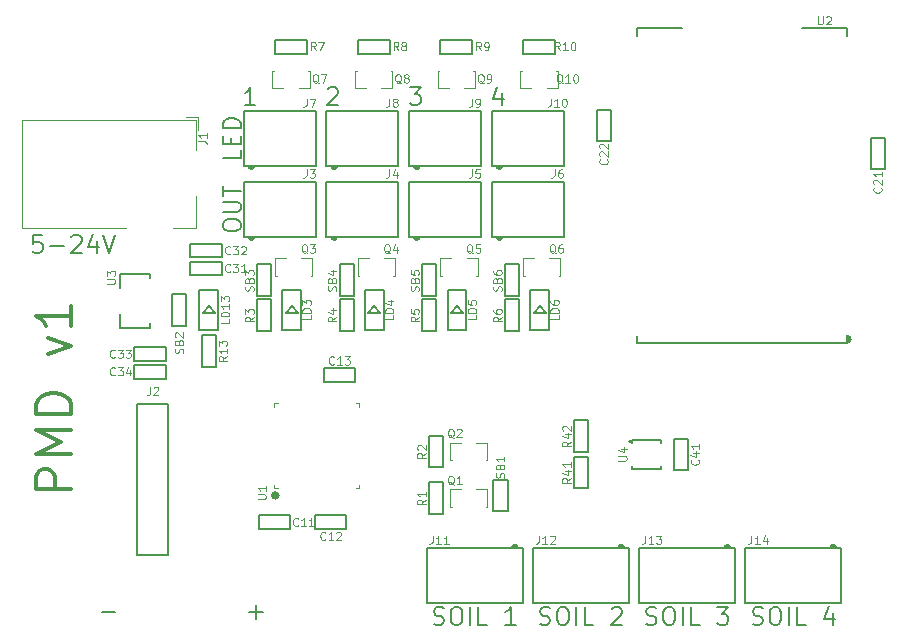
<source format=gbr>
G04 #@! TF.GenerationSoftware,KiCad,Pcbnew,5.0.2-bee76a0~70~ubuntu18.04.1*
G04 #@! TF.CreationDate,2019-04-10T23:22:57+02:00*
G04 #@! TF.ProjectId,Plant_monitoring_device,506c616e-745f-46d6-9f6e-69746f72696e,rev?*
G04 #@! TF.SameCoordinates,Original*
G04 #@! TF.FileFunction,Legend,Top*
G04 #@! TF.FilePolarity,Positive*
%FSLAX46Y46*%
G04 Gerber Fmt 4.6, Leading zero omitted, Abs format (unit mm)*
G04 Created by KiCad (PCBNEW 5.0.2-bee76a0~70~ubuntu18.04.1) date St 10. dubna 2019, 23:22:57 CEST*
%MOMM*%
%LPD*%
G01*
G04 APERTURE LIST*
%ADD10C,0.150000*%
%ADD11C,0.300000*%
%ADD12C,0.120000*%
%ADD13C,0.500000*%
G04 APERTURE END LIST*
D10*
X232785714Y-106678571D02*
X232785714Y-107678571D01*
X232428571Y-106107142D02*
X232071428Y-107178571D01*
X233000000Y-107178571D01*
X225000000Y-106178571D02*
X225928571Y-106178571D01*
X225428571Y-106750000D01*
X225642857Y-106750000D01*
X225785714Y-106821428D01*
X225857142Y-106892857D01*
X225928571Y-107035714D01*
X225928571Y-107392857D01*
X225857142Y-107535714D01*
X225785714Y-107607142D01*
X225642857Y-107678571D01*
X225214285Y-107678571D01*
X225071428Y-107607142D01*
X225000000Y-107535714D01*
X218071428Y-106321428D02*
X218142857Y-106250000D01*
X218285714Y-106178571D01*
X218642857Y-106178571D01*
X218785714Y-106250000D01*
X218857142Y-106321428D01*
X218928571Y-106464285D01*
X218928571Y-106607142D01*
X218857142Y-106821428D01*
X218000000Y-107678571D01*
X218928571Y-107678571D01*
X211928571Y-107678571D02*
X211071428Y-107678571D01*
X211500000Y-107678571D02*
X211500000Y-106178571D01*
X211357142Y-106392857D01*
X211214285Y-106535714D01*
X211071428Y-106607142D01*
X210678571Y-111464285D02*
X210678571Y-112178571D01*
X209178571Y-112178571D01*
X209892857Y-110964285D02*
X209892857Y-110464285D01*
X210678571Y-110250000D02*
X210678571Y-110964285D01*
X209178571Y-110964285D01*
X209178571Y-110250000D01*
X210678571Y-109607142D02*
X209178571Y-109607142D01*
X209178571Y-109250000D01*
X209250000Y-109035714D01*
X209392857Y-108892857D01*
X209535714Y-108821428D01*
X209821428Y-108750000D01*
X210035714Y-108750000D01*
X210321428Y-108821428D01*
X210464285Y-108892857D01*
X210607142Y-109035714D01*
X210678571Y-109250000D01*
X210678571Y-109607142D01*
X209178571Y-118000000D02*
X209178571Y-117714285D01*
X209250000Y-117571428D01*
X209392857Y-117428571D01*
X209678571Y-117357142D01*
X210178571Y-117357142D01*
X210464285Y-117428571D01*
X210607142Y-117571428D01*
X210678571Y-117714285D01*
X210678571Y-118000000D01*
X210607142Y-118142857D01*
X210464285Y-118285714D01*
X210178571Y-118357142D01*
X209678571Y-118357142D01*
X209392857Y-118285714D01*
X209250000Y-118142857D01*
X209178571Y-118000000D01*
X209178571Y-116714285D02*
X210392857Y-116714285D01*
X210535714Y-116642857D01*
X210607142Y-116571428D01*
X210678571Y-116428571D01*
X210678571Y-116142857D01*
X210607142Y-116000000D01*
X210535714Y-115928571D01*
X210392857Y-115857142D01*
X209178571Y-115857142D01*
X209178571Y-115357142D02*
X209178571Y-114500000D01*
X210678571Y-114928571D02*
X209178571Y-114928571D01*
X254035714Y-151607142D02*
X254250000Y-151678571D01*
X254607142Y-151678571D01*
X254750000Y-151607142D01*
X254821428Y-151535714D01*
X254892857Y-151392857D01*
X254892857Y-151250000D01*
X254821428Y-151107142D01*
X254750000Y-151035714D01*
X254607142Y-150964285D01*
X254321428Y-150892857D01*
X254178571Y-150821428D01*
X254107142Y-150750000D01*
X254035714Y-150607142D01*
X254035714Y-150464285D01*
X254107142Y-150321428D01*
X254178571Y-150250000D01*
X254321428Y-150178571D01*
X254678571Y-150178571D01*
X254892857Y-150250000D01*
X255821428Y-150178571D02*
X256107142Y-150178571D01*
X256250000Y-150250000D01*
X256392857Y-150392857D01*
X256464285Y-150678571D01*
X256464285Y-151178571D01*
X256392857Y-151464285D01*
X256250000Y-151607142D01*
X256107142Y-151678571D01*
X255821428Y-151678571D01*
X255678571Y-151607142D01*
X255535714Y-151464285D01*
X255464285Y-151178571D01*
X255464285Y-150678571D01*
X255535714Y-150392857D01*
X255678571Y-150250000D01*
X255821428Y-150178571D01*
X257107142Y-151678571D02*
X257107142Y-150178571D01*
X258535714Y-151678571D02*
X257821428Y-151678571D01*
X257821428Y-150178571D01*
X260821428Y-150678571D02*
X260821428Y-151678571D01*
X260464285Y-150107142D02*
X260107142Y-151178571D01*
X261035714Y-151178571D01*
X245035714Y-151607142D02*
X245250000Y-151678571D01*
X245607142Y-151678571D01*
X245750000Y-151607142D01*
X245821428Y-151535714D01*
X245892857Y-151392857D01*
X245892857Y-151250000D01*
X245821428Y-151107142D01*
X245750000Y-151035714D01*
X245607142Y-150964285D01*
X245321428Y-150892857D01*
X245178571Y-150821428D01*
X245107142Y-150750000D01*
X245035714Y-150607142D01*
X245035714Y-150464285D01*
X245107142Y-150321428D01*
X245178571Y-150250000D01*
X245321428Y-150178571D01*
X245678571Y-150178571D01*
X245892857Y-150250000D01*
X246821428Y-150178571D02*
X247107142Y-150178571D01*
X247250000Y-150250000D01*
X247392857Y-150392857D01*
X247464285Y-150678571D01*
X247464285Y-151178571D01*
X247392857Y-151464285D01*
X247250000Y-151607142D01*
X247107142Y-151678571D01*
X246821428Y-151678571D01*
X246678571Y-151607142D01*
X246535714Y-151464285D01*
X246464285Y-151178571D01*
X246464285Y-150678571D01*
X246535714Y-150392857D01*
X246678571Y-150250000D01*
X246821428Y-150178571D01*
X248107142Y-151678571D02*
X248107142Y-150178571D01*
X249535714Y-151678571D02*
X248821428Y-151678571D01*
X248821428Y-150178571D01*
X251035714Y-150178571D02*
X251964285Y-150178571D01*
X251464285Y-150750000D01*
X251678571Y-150750000D01*
X251821428Y-150821428D01*
X251892857Y-150892857D01*
X251964285Y-151035714D01*
X251964285Y-151392857D01*
X251892857Y-151535714D01*
X251821428Y-151607142D01*
X251678571Y-151678571D01*
X251250000Y-151678571D01*
X251107142Y-151607142D01*
X251035714Y-151535714D01*
X236035714Y-151607142D02*
X236250000Y-151678571D01*
X236607142Y-151678571D01*
X236750000Y-151607142D01*
X236821428Y-151535714D01*
X236892857Y-151392857D01*
X236892857Y-151250000D01*
X236821428Y-151107142D01*
X236750000Y-151035714D01*
X236607142Y-150964285D01*
X236321428Y-150892857D01*
X236178571Y-150821428D01*
X236107142Y-150750000D01*
X236035714Y-150607142D01*
X236035714Y-150464285D01*
X236107142Y-150321428D01*
X236178571Y-150250000D01*
X236321428Y-150178571D01*
X236678571Y-150178571D01*
X236892857Y-150250000D01*
X237821428Y-150178571D02*
X238107142Y-150178571D01*
X238250000Y-150250000D01*
X238392857Y-150392857D01*
X238464285Y-150678571D01*
X238464285Y-151178571D01*
X238392857Y-151464285D01*
X238250000Y-151607142D01*
X238107142Y-151678571D01*
X237821428Y-151678571D01*
X237678571Y-151607142D01*
X237535714Y-151464285D01*
X237464285Y-151178571D01*
X237464285Y-150678571D01*
X237535714Y-150392857D01*
X237678571Y-150250000D01*
X237821428Y-150178571D01*
X239107142Y-151678571D02*
X239107142Y-150178571D01*
X240535714Y-151678571D02*
X239821428Y-151678571D01*
X239821428Y-150178571D01*
X242107142Y-150321428D02*
X242178571Y-150250000D01*
X242321428Y-150178571D01*
X242678571Y-150178571D01*
X242821428Y-150250000D01*
X242892857Y-150321428D01*
X242964285Y-150464285D01*
X242964285Y-150607142D01*
X242892857Y-150821428D01*
X242035714Y-151678571D01*
X242964285Y-151678571D01*
X227035714Y-151607142D02*
X227250000Y-151678571D01*
X227607142Y-151678571D01*
X227750000Y-151607142D01*
X227821428Y-151535714D01*
X227892857Y-151392857D01*
X227892857Y-151250000D01*
X227821428Y-151107142D01*
X227750000Y-151035714D01*
X227607142Y-150964285D01*
X227321428Y-150892857D01*
X227178571Y-150821428D01*
X227107142Y-150750000D01*
X227035714Y-150607142D01*
X227035714Y-150464285D01*
X227107142Y-150321428D01*
X227178571Y-150250000D01*
X227321428Y-150178571D01*
X227678571Y-150178571D01*
X227892857Y-150250000D01*
X228821428Y-150178571D02*
X229107142Y-150178571D01*
X229250000Y-150250000D01*
X229392857Y-150392857D01*
X229464285Y-150678571D01*
X229464285Y-151178571D01*
X229392857Y-151464285D01*
X229250000Y-151607142D01*
X229107142Y-151678571D01*
X228821428Y-151678571D01*
X228678571Y-151607142D01*
X228535714Y-151464285D01*
X228464285Y-151178571D01*
X228464285Y-150678571D01*
X228535714Y-150392857D01*
X228678571Y-150250000D01*
X228821428Y-150178571D01*
X230107142Y-151678571D02*
X230107142Y-150178571D01*
X231535714Y-151678571D02*
X230821428Y-151678571D01*
X230821428Y-150178571D01*
X233964285Y-151678571D02*
X233107142Y-151678571D01*
X233535714Y-151678571D02*
X233535714Y-150178571D01*
X233392857Y-150392857D01*
X233250000Y-150535714D01*
X233107142Y-150607142D01*
X200071428Y-150607142D02*
X198928571Y-150607142D01*
X211428571Y-150607142D02*
X212571428Y-150607142D01*
X212000000Y-151178571D02*
X212000000Y-150035714D01*
X193857142Y-118678571D02*
X193142857Y-118678571D01*
X193071428Y-119392857D01*
X193142857Y-119321428D01*
X193285714Y-119250000D01*
X193642857Y-119250000D01*
X193785714Y-119321428D01*
X193857142Y-119392857D01*
X193928571Y-119535714D01*
X193928571Y-119892857D01*
X193857142Y-120035714D01*
X193785714Y-120107142D01*
X193642857Y-120178571D01*
X193285714Y-120178571D01*
X193142857Y-120107142D01*
X193071428Y-120035714D01*
X194571428Y-119607142D02*
X195714285Y-119607142D01*
X196357142Y-118821428D02*
X196428571Y-118750000D01*
X196571428Y-118678571D01*
X196928571Y-118678571D01*
X197071428Y-118750000D01*
X197142857Y-118821428D01*
X197214285Y-118964285D01*
X197214285Y-119107142D01*
X197142857Y-119321428D01*
X196285714Y-120178571D01*
X197214285Y-120178571D01*
X198500000Y-119178571D02*
X198500000Y-120178571D01*
X198142857Y-118607142D02*
X197785714Y-119678571D01*
X198714285Y-119678571D01*
X199071428Y-118678571D02*
X199571428Y-120178571D01*
X200071428Y-118678571D01*
D11*
X196357142Y-140214285D02*
X193357142Y-140214285D01*
X193357142Y-139071428D01*
X193500000Y-138785714D01*
X193642857Y-138642857D01*
X193928571Y-138500000D01*
X194357142Y-138500000D01*
X194642857Y-138642857D01*
X194785714Y-138785714D01*
X194928571Y-139071428D01*
X194928571Y-140214285D01*
X196357142Y-137214285D02*
X193357142Y-137214285D01*
X195500000Y-136214285D01*
X193357142Y-135214285D01*
X196357142Y-135214285D01*
X196357142Y-133785714D02*
X193357142Y-133785714D01*
X193357142Y-133071428D01*
X193500000Y-132642857D01*
X193785714Y-132357142D01*
X194071428Y-132214285D01*
X194642857Y-132071428D01*
X195071428Y-132071428D01*
X195642857Y-132214285D01*
X195928571Y-132357142D01*
X196214285Y-132642857D01*
X196357142Y-133071428D01*
X196357142Y-133785714D01*
X194357142Y-128785714D02*
X196357142Y-128071428D01*
X194357142Y-127357142D01*
X196357142Y-124642857D02*
X196357142Y-126357142D01*
X196357142Y-125500000D02*
X193357142Y-125500000D01*
X193785714Y-125785714D01*
X194071428Y-126071428D01*
X194214285Y-126357142D01*
D10*
G04 #@! TO.C,J12*
X243550000Y-149850000D02*
X235450000Y-149850000D01*
X235450000Y-149850000D02*
X235450000Y-145150000D01*
X235450000Y-145150000D02*
X243550000Y-145150000D01*
X243550000Y-145150000D02*
X243550000Y-149850000D01*
X242650000Y-145150000D02*
G75*
G02X243150000Y-145150000I250000J0D01*
G01*
X242750000Y-145150000D02*
G75*
G02X243050000Y-145150000I150000J0D01*
G01*
G04 #@! TO.C,SB2*
X204900000Y-123650000D02*
X204900000Y-126350000D01*
X206100000Y-126350000D02*
X204900000Y-126350000D01*
X206100000Y-123650000D02*
X206100000Y-126350000D01*
X206100000Y-123650000D02*
X204900000Y-123650000D01*
G04 #@! TO.C,J2*
X204550000Y-145750000D02*
X204550000Y-132950000D01*
X201950000Y-145750000D02*
X204550000Y-145750000D01*
X201950000Y-132950000D02*
X201950000Y-145750000D01*
X204550000Y-132950000D02*
X201950000Y-132950000D01*
D12*
G04 #@! TO.C,Q1*
X231580000Y-141660000D02*
X231440000Y-141660000D01*
X231580000Y-140200000D02*
X231580000Y-141660000D01*
X228420000Y-141660000D02*
X228560000Y-141660000D01*
X228420000Y-140200000D02*
X228420000Y-141660000D01*
X228420000Y-140200000D02*
X229350000Y-140200000D01*
X231580000Y-140200000D02*
X230650000Y-140200000D01*
D10*
G04 #@! TO.C,R2*
X227820000Y-135650000D02*
X227820000Y-138350000D01*
X226620000Y-135650000D02*
X226620000Y-138350000D01*
X227820000Y-135650000D02*
X226620000Y-135650000D01*
X227820000Y-138350000D02*
X226620000Y-138350000D01*
G04 #@! TO.C,R1*
X227820000Y-142310000D02*
X226620000Y-142310000D01*
X227820000Y-139610000D02*
X226620000Y-139610000D01*
X226620000Y-139610000D02*
X226620000Y-142310000D01*
X227820000Y-139610000D02*
X227820000Y-142310000D01*
D12*
G04 #@! TO.C,Q2*
X231580000Y-136240000D02*
X230650000Y-136240000D01*
X228420000Y-136240000D02*
X229350000Y-136240000D01*
X228420000Y-136240000D02*
X228420000Y-137700000D01*
X228420000Y-137700000D02*
X228560000Y-137700000D01*
X231580000Y-136240000D02*
X231580000Y-137700000D01*
X231580000Y-137700000D02*
X231440000Y-137700000D01*
D10*
G04 #@! TO.C,SB1*
X233290000Y-139380000D02*
X232090000Y-139380000D01*
X233290000Y-139380000D02*
X233290000Y-142080000D01*
X233290000Y-142080000D02*
X232090000Y-142080000D01*
X232090000Y-139380000D02*
X232090000Y-142080000D01*
G04 #@! TO.C,J13*
X251750000Y-145150000D02*
G75*
G02X252050000Y-145150000I150000J0D01*
G01*
X251650000Y-145150000D02*
G75*
G02X252150000Y-145150000I250000J0D01*
G01*
X252550000Y-145150000D02*
X252550000Y-149850000D01*
X244450000Y-145150000D02*
X252550000Y-145150000D01*
X244450000Y-149850000D02*
X244450000Y-145150000D01*
X252550000Y-149850000D02*
X244450000Y-149850000D01*
G04 #@! TO.C,J11*
X233750000Y-145150000D02*
G75*
G02X234050000Y-145150000I150000J0D01*
G01*
X233650000Y-145150000D02*
G75*
G02X234150000Y-145150000I250000J0D01*
G01*
X234550000Y-145150000D02*
X234550000Y-149850000D01*
X226450000Y-145150000D02*
X234550000Y-145150000D01*
X226450000Y-149850000D02*
X226450000Y-145150000D01*
X234550000Y-149850000D02*
X226450000Y-149850000D01*
G04 #@! TO.C,J14*
X261510000Y-149850000D02*
X253410000Y-149850000D01*
X253410000Y-149850000D02*
X253410000Y-145150000D01*
X253410000Y-145150000D02*
X261510000Y-145150000D01*
X261510000Y-145150000D02*
X261510000Y-149850000D01*
X260610000Y-145150000D02*
G75*
G02X261110000Y-145150000I250000J0D01*
G01*
X260710000Y-145150000D02*
G75*
G02X261010000Y-145150000I150000J0D01*
G01*
G04 #@! TO.C,J3*
X211750000Y-118850000D02*
G75*
G02X211450000Y-118850000I-150000J0D01*
G01*
X211850000Y-118850000D02*
G75*
G02X211350000Y-118850000I-250000J0D01*
G01*
X210950000Y-118850000D02*
X210950000Y-114150000D01*
X217050000Y-118850000D02*
X210950000Y-118850000D01*
X217050000Y-114150000D02*
X217050000Y-118850000D01*
X210950000Y-114150000D02*
X217050000Y-114150000D01*
G04 #@! TO.C,J4*
X218750000Y-118850000D02*
G75*
G02X218450000Y-118850000I-150000J0D01*
G01*
X218850000Y-118850000D02*
G75*
G02X218350000Y-118850000I-250000J0D01*
G01*
X217950000Y-118850000D02*
X217950000Y-114150000D01*
X224050000Y-118850000D02*
X217950000Y-118850000D01*
X224050000Y-114150000D02*
X224050000Y-118850000D01*
X217950000Y-114150000D02*
X224050000Y-114150000D01*
G04 #@! TO.C,J5*
X225750000Y-118850000D02*
G75*
G02X225450000Y-118850000I-150000J0D01*
G01*
X225850000Y-118850000D02*
G75*
G02X225350000Y-118850000I-250000J0D01*
G01*
X224950000Y-118850000D02*
X224950000Y-114150000D01*
X231050000Y-118850000D02*
X224950000Y-118850000D01*
X231050000Y-114150000D02*
X231050000Y-118850000D01*
X224950000Y-114150000D02*
X231050000Y-114150000D01*
G04 #@! TO.C,J6*
X232750000Y-118850000D02*
G75*
G02X232450000Y-118850000I-150000J0D01*
G01*
X232850000Y-118850000D02*
G75*
G02X232350000Y-118850000I-250000J0D01*
G01*
X231950000Y-118850000D02*
X231950000Y-114150000D01*
X238050000Y-118850000D02*
X231950000Y-118850000D01*
X238050000Y-114150000D02*
X238050000Y-118850000D01*
X231950000Y-114150000D02*
X238050000Y-114150000D01*
G04 #@! TO.C,J8*
X218750000Y-112850000D02*
G75*
G02X218450000Y-112850000I-150000J0D01*
G01*
X218850000Y-112850000D02*
G75*
G02X218350000Y-112850000I-250000J0D01*
G01*
X217950000Y-112850000D02*
X217950000Y-108150000D01*
X224050000Y-112850000D02*
X217950000Y-112850000D01*
X224050000Y-108150000D02*
X224050000Y-112850000D01*
X217950000Y-108150000D02*
X224050000Y-108150000D01*
G04 #@! TO.C,J9*
X225750000Y-112850000D02*
G75*
G02X225450000Y-112850000I-150000J0D01*
G01*
X225850000Y-112850000D02*
G75*
G02X225350000Y-112850000I-250000J0D01*
G01*
X224950000Y-112850000D02*
X224950000Y-108150000D01*
X231050000Y-112850000D02*
X224950000Y-112850000D01*
X231050000Y-108150000D02*
X231050000Y-112850000D01*
X224950000Y-108150000D02*
X231050000Y-108150000D01*
G04 #@! TO.C,J10*
X232750000Y-112850000D02*
G75*
G02X232450000Y-112850000I-150000J0D01*
G01*
X232850000Y-112850000D02*
G75*
G02X232350000Y-112850000I-250000J0D01*
G01*
X231950000Y-112850000D02*
X231950000Y-108150000D01*
X238050000Y-112850000D02*
X231950000Y-112850000D01*
X238050000Y-108150000D02*
X238050000Y-112850000D01*
X231950000Y-108150000D02*
X238050000Y-108150000D01*
G04 #@! TO.C,J7*
X211750000Y-112850000D02*
G75*
G02X211450000Y-112850000I-150000J0D01*
G01*
X211850000Y-112850000D02*
G75*
G02X211350000Y-112850000I-250000J0D01*
G01*
X210950000Y-112850000D02*
X210950000Y-108150000D01*
X217050000Y-112850000D02*
X210950000Y-112850000D01*
X217050000Y-108150000D02*
X217050000Y-112850000D01*
X210950000Y-108150000D02*
X217050000Y-108150000D01*
D12*
G04 #@! TO.C,J1*
X207100000Y-109750000D02*
X207100000Y-108700000D01*
X206050000Y-108700000D02*
X207100000Y-108700000D01*
X201000000Y-118100000D02*
X192200000Y-118100000D01*
X192200000Y-118100000D02*
X192200000Y-108900000D01*
X206900000Y-115400000D02*
X206900000Y-118100000D01*
X206900000Y-118100000D02*
X205000000Y-118100000D01*
X192200000Y-108900000D02*
X206900000Y-108900000D01*
X206900000Y-108900000D02*
X206900000Y-111500000D01*
D10*
G04 #@! TO.C,C32*
X206425000Y-119425000D02*
X209075000Y-119425000D01*
X209075000Y-119425000D02*
X209075000Y-120575000D01*
X209075000Y-120575000D02*
X206425000Y-120575000D01*
X206425000Y-120575000D02*
X206425000Y-119425000D01*
G04 #@! TO.C,C31*
X206425000Y-122075000D02*
X206425000Y-120925000D01*
X209075000Y-122075000D02*
X206425000Y-122075000D01*
X209075000Y-120925000D02*
X209075000Y-122075000D01*
X206425000Y-120925000D02*
X209075000Y-120925000D01*
G04 #@! TO.C,C34*
X204325000Y-130825000D02*
X201675000Y-130825000D01*
X201675000Y-130825000D02*
X201675000Y-129675000D01*
X201675000Y-129675000D02*
X204325000Y-129675000D01*
X204325000Y-129675000D02*
X204325000Y-130825000D01*
G04 #@! TO.C,C33*
X204325000Y-128175000D02*
X204325000Y-129325000D01*
X201675000Y-128175000D02*
X204325000Y-128175000D01*
X201675000Y-129325000D02*
X201675000Y-128175000D01*
X204325000Y-129325000D02*
X201675000Y-129325000D01*
G04 #@! TO.C,U3*
X203050000Y-126150000D02*
X203050000Y-126550000D01*
X203050000Y-121950000D02*
X203050000Y-122350000D01*
X200450000Y-123150000D02*
X200450000Y-121950000D01*
X200450000Y-126550000D02*
X200450000Y-125350000D01*
X203050000Y-121950000D02*
X200450000Y-121950000D01*
X200450000Y-126550000D02*
X203050000Y-126550000D01*
G04 #@! TO.C,R41*
X238900000Y-137430000D02*
X240100000Y-137430000D01*
X238900000Y-140130000D02*
X240100000Y-140130000D01*
X240100000Y-140130000D02*
X240100000Y-137430000D01*
X238900000Y-140130000D02*
X238900000Y-137430000D01*
G04 #@! TO.C,R42*
X240100000Y-134360000D02*
X240100000Y-137060000D01*
X238900000Y-134360000D02*
X238900000Y-137060000D01*
X240100000Y-134360000D02*
X238900000Y-134360000D01*
X240100000Y-137060000D02*
X238900000Y-137060000D01*
G04 #@! TO.C,U2*
X244230000Y-101160000D02*
X248040000Y-101160000D01*
X262010000Y-101160000D02*
X258200000Y-101160000D01*
X244230000Y-127830000D02*
X262010000Y-127830000D01*
X262010000Y-127830000D02*
X262010000Y-127195000D01*
X244230000Y-127830000D02*
X244230000Y-127195000D01*
X244230000Y-101160000D02*
X244230000Y-101795000D01*
X262010000Y-101160000D02*
X262010000Y-101795000D01*
X262010000Y-127195000D02*
G75*
G02X262010000Y-127830000I0J-317500D01*
G01*
X262010000Y-127322000D02*
G75*
G02X262010000Y-127703000I0J-190500D01*
G01*
X262010000Y-127422699D02*
G75*
G02X262073499Y-127575999I0J-89801D01*
G01*
D12*
G04 #@! TO.C,U1*
X220730000Y-133210000D02*
X220730000Y-132910000D01*
X220730000Y-132910000D02*
X220430000Y-132910000D01*
X220730000Y-139830000D02*
X220730000Y-140130000D01*
X220730000Y-140130000D02*
X220430000Y-140130000D01*
X213510000Y-133210000D02*
X213510000Y-132910000D01*
X213510000Y-132910000D02*
X213810000Y-132910000D01*
X213510000Y-139830000D02*
X213510000Y-140130000D01*
X213510000Y-140130000D02*
X213810000Y-140130000D01*
D10*
X213902843Y-140720000D02*
G75*
G03X213902843Y-140720000I-282843J0D01*
G01*
X213761421Y-140720000D02*
G75*
G03X213761421Y-140720000I-141421J0D01*
G01*
D13*
X213720000Y-140720000D02*
G75*
G03X213720000Y-140720000I-100000J0D01*
G01*
D10*
G04 #@! TO.C,LD3*
X215800000Y-123300000D02*
X215800000Y-126700000D01*
X215800000Y-126700000D02*
X214200000Y-126700000D01*
X214200000Y-126700000D02*
X214200000Y-123300000D01*
X214200000Y-123300000D02*
X215800000Y-123300000D01*
X215500000Y-125300000D02*
X214500000Y-125300000D01*
X214500000Y-125300000D02*
X215000000Y-124700000D01*
X215000000Y-124700000D02*
X215500000Y-125300000D01*
G04 #@! TO.C,R3*
X213257270Y-124126282D02*
X213257270Y-126826282D01*
X212057270Y-124126282D02*
X212057270Y-126826282D01*
X213257270Y-124126282D02*
X212057270Y-124126282D01*
X213257270Y-126826282D02*
X212057270Y-126826282D01*
G04 #@! TO.C,SB3*
X212057270Y-123866282D02*
X213257270Y-123866282D01*
X212057270Y-123866282D02*
X212057270Y-121166282D01*
X212057270Y-121166282D02*
X213257270Y-121166282D01*
X213257270Y-123866282D02*
X213257270Y-121166282D01*
D12*
G04 #@! TO.C,Q3*
X216757270Y-122116282D02*
X216617270Y-122116282D01*
X216757270Y-120656282D02*
X216757270Y-122116282D01*
X213597270Y-122116282D02*
X213737270Y-122116282D01*
X213597270Y-120656282D02*
X213597270Y-122116282D01*
X213597270Y-120656282D02*
X214527270Y-120656282D01*
X216757270Y-120656282D02*
X215827270Y-120656282D01*
D10*
G04 #@! TO.C,LD4*
X222800000Y-123300000D02*
X222800000Y-126700000D01*
X222800000Y-126700000D02*
X221200000Y-126700000D01*
X221200000Y-126700000D02*
X221200000Y-123300000D01*
X221200000Y-123300000D02*
X222800000Y-123300000D01*
X222500000Y-125300000D02*
X221500000Y-125300000D01*
X221500000Y-125300000D02*
X222000000Y-124700000D01*
X222000000Y-124700000D02*
X222500000Y-125300000D01*
G04 #@! TO.C,R4*
X220257270Y-124126282D02*
X220257270Y-126826282D01*
X219057270Y-124126282D02*
X219057270Y-126826282D01*
X220257270Y-124126282D02*
X219057270Y-124126282D01*
X220257270Y-126826282D02*
X219057270Y-126826282D01*
G04 #@! TO.C,SB4*
X219057270Y-123866282D02*
X220257270Y-123866282D01*
X219057270Y-123866282D02*
X219057270Y-121166282D01*
X219057270Y-121166282D02*
X220257270Y-121166282D01*
X220257270Y-123866282D02*
X220257270Y-121166282D01*
D12*
G04 #@! TO.C,Q4*
X223757270Y-122116282D02*
X223617270Y-122116282D01*
X223757270Y-120656282D02*
X223757270Y-122116282D01*
X220597270Y-122116282D02*
X220737270Y-122116282D01*
X220597270Y-120656282D02*
X220597270Y-122116282D01*
X220597270Y-120656282D02*
X221527270Y-120656282D01*
X223757270Y-120656282D02*
X222827270Y-120656282D01*
D10*
G04 #@! TO.C,LD5*
X229800000Y-123300000D02*
X229800000Y-126700000D01*
X229800000Y-126700000D02*
X228200000Y-126700000D01*
X228200000Y-126700000D02*
X228200000Y-123300000D01*
X228200000Y-123300000D02*
X229800000Y-123300000D01*
X229500000Y-125300000D02*
X228500000Y-125300000D01*
X228500000Y-125300000D02*
X229000000Y-124700000D01*
X229000000Y-124700000D02*
X229500000Y-125300000D01*
G04 #@! TO.C,R5*
X227257270Y-124126282D02*
X227257270Y-126826282D01*
X226057270Y-124126282D02*
X226057270Y-126826282D01*
X227257270Y-124126282D02*
X226057270Y-124126282D01*
X227257270Y-126826282D02*
X226057270Y-126826282D01*
G04 #@! TO.C,SB5*
X226057270Y-123866282D02*
X227257270Y-123866282D01*
X226057270Y-123866282D02*
X226057270Y-121166282D01*
X226057270Y-121166282D02*
X227257270Y-121166282D01*
X227257270Y-123866282D02*
X227257270Y-121166282D01*
D12*
G04 #@! TO.C,Q5*
X230757270Y-122116282D02*
X230617270Y-122116282D01*
X230757270Y-120656282D02*
X230757270Y-122116282D01*
X227597270Y-122116282D02*
X227737270Y-122116282D01*
X227597270Y-120656282D02*
X227597270Y-122116282D01*
X227597270Y-120656282D02*
X228527270Y-120656282D01*
X230757270Y-120656282D02*
X229827270Y-120656282D01*
D10*
G04 #@! TO.C,LD6*
X236800000Y-123300000D02*
X236800000Y-126700000D01*
X236800000Y-126700000D02*
X235200000Y-126700000D01*
X235200000Y-126700000D02*
X235200000Y-123300000D01*
X235200000Y-123300000D02*
X236800000Y-123300000D01*
X236500000Y-125300000D02*
X235500000Y-125300000D01*
X235500000Y-125300000D02*
X236000000Y-124700000D01*
X236000000Y-124700000D02*
X236500000Y-125300000D01*
G04 #@! TO.C,R6*
X234257270Y-124126282D02*
X234257270Y-126826282D01*
X233057270Y-124126282D02*
X233057270Y-126826282D01*
X234257270Y-124126282D02*
X233057270Y-124126282D01*
X234257270Y-126826282D02*
X233057270Y-126826282D01*
G04 #@! TO.C,SB6*
X233057270Y-123866282D02*
X234257270Y-123866282D01*
X233057270Y-123866282D02*
X233057270Y-121166282D01*
X233057270Y-121166282D02*
X234257270Y-121166282D01*
X234257270Y-123866282D02*
X234257270Y-121166282D01*
D12*
G04 #@! TO.C,Q6*
X237757270Y-122116282D02*
X237617270Y-122116282D01*
X237757270Y-120656282D02*
X237757270Y-122116282D01*
X234597270Y-122116282D02*
X234737270Y-122116282D01*
X234597270Y-120656282D02*
X234597270Y-122116282D01*
X234597270Y-120656282D02*
X235527270Y-120656282D01*
X237757270Y-120656282D02*
X236827270Y-120656282D01*
G04 #@! TO.C,Q10*
X234370000Y-104750000D02*
X234510000Y-104750000D01*
X234370000Y-106210000D02*
X234370000Y-104750000D01*
X237530000Y-104750000D02*
X237390000Y-104750000D01*
X237530000Y-106210000D02*
X237530000Y-104750000D01*
X237530000Y-106210000D02*
X236600000Y-106210000D01*
X234370000Y-106210000D02*
X235300000Y-106210000D01*
D10*
G04 #@! TO.C,R10*
X237300000Y-103320000D02*
X234600000Y-103320000D01*
X237300000Y-102120000D02*
X234600000Y-102120000D01*
X237300000Y-103320000D02*
X237300000Y-102120000D01*
X234600000Y-103320000D02*
X234600000Y-102120000D01*
D12*
G04 #@! TO.C,Q9*
X227370000Y-104750000D02*
X227510000Y-104750000D01*
X227370000Y-106210000D02*
X227370000Y-104750000D01*
X230530000Y-104750000D02*
X230390000Y-104750000D01*
X230530000Y-106210000D02*
X230530000Y-104750000D01*
X230530000Y-106210000D02*
X229600000Y-106210000D01*
X227370000Y-106210000D02*
X228300000Y-106210000D01*
D10*
G04 #@! TO.C,R9*
X230300000Y-103320000D02*
X227600000Y-103320000D01*
X230300000Y-102120000D02*
X227600000Y-102120000D01*
X230300000Y-103320000D02*
X230300000Y-102120000D01*
X227600000Y-103320000D02*
X227600000Y-102120000D01*
D12*
G04 #@! TO.C,Q8*
X220370000Y-104750000D02*
X220510000Y-104750000D01*
X220370000Y-106210000D02*
X220370000Y-104750000D01*
X223530000Y-104750000D02*
X223390000Y-104750000D01*
X223530000Y-106210000D02*
X223530000Y-104750000D01*
X223530000Y-106210000D02*
X222600000Y-106210000D01*
X220370000Y-106210000D02*
X221300000Y-106210000D01*
D10*
G04 #@! TO.C,R8*
X223300000Y-103320000D02*
X220600000Y-103320000D01*
X223300000Y-102120000D02*
X220600000Y-102120000D01*
X223300000Y-103320000D02*
X223300000Y-102120000D01*
X220600000Y-103320000D02*
X220600000Y-102120000D01*
G04 #@! TO.C,R7*
X213600000Y-103320000D02*
X213600000Y-102120000D01*
X216300000Y-103320000D02*
X216300000Y-102120000D01*
X216300000Y-102120000D02*
X213600000Y-102120000D01*
X216300000Y-103320000D02*
X213600000Y-103320000D01*
D12*
G04 #@! TO.C,Q7*
X213370000Y-106210000D02*
X214300000Y-106210000D01*
X216530000Y-106210000D02*
X215600000Y-106210000D01*
X216530000Y-106210000D02*
X216530000Y-104750000D01*
X216530000Y-104750000D02*
X216390000Y-104750000D01*
X213370000Y-106210000D02*
X213370000Y-104750000D01*
X213370000Y-104750000D02*
X213510000Y-104750000D01*
D10*
G04 #@! TO.C,LD13*
X208800000Y-123300000D02*
X208800000Y-126700000D01*
X208800000Y-126700000D02*
X207200000Y-126700000D01*
X207200000Y-126700000D02*
X207200000Y-123300000D01*
X207200000Y-123300000D02*
X208800000Y-123300000D01*
X208500000Y-125300000D02*
X207500000Y-125300000D01*
X207500000Y-125300000D02*
X208000000Y-124700000D01*
X208000000Y-124700000D02*
X208500000Y-125300000D01*
G04 #@! TO.C,C12*
X216985000Y-143555000D02*
X216985000Y-142405000D01*
X219635000Y-143555000D02*
X216985000Y-143555000D01*
X219635000Y-142405000D02*
X219635000Y-143555000D01*
X216985000Y-142405000D02*
X219635000Y-142405000D01*
G04 #@! TO.C,C21*
X265215000Y-113125000D02*
X264065000Y-113125000D01*
X265215000Y-110475000D02*
X265215000Y-113125000D01*
X264065000Y-110475000D02*
X265215000Y-110475000D01*
X264065000Y-113125000D02*
X264065000Y-110475000D01*
G04 #@! TO.C,C22*
X240875000Y-110742500D02*
X240875000Y-108092500D01*
X240875000Y-108092500D02*
X242025000Y-108092500D01*
X242025000Y-108092500D02*
X242025000Y-110742500D01*
X242025000Y-110742500D02*
X240875000Y-110742500D01*
G04 #@! TO.C,C13*
X220365000Y-129945000D02*
X220365000Y-131095000D01*
X217715000Y-129945000D02*
X220365000Y-129945000D01*
X217715000Y-131095000D02*
X217715000Y-129945000D01*
X220365000Y-131095000D02*
X217715000Y-131095000D01*
G04 #@! TO.C,C11*
X214857500Y-143555000D02*
X212207500Y-143555000D01*
X212207500Y-143555000D02*
X212207500Y-142405000D01*
X212207500Y-142405000D02*
X214857500Y-142405000D01*
X214857500Y-142405000D02*
X214857500Y-143555000D01*
G04 #@! TO.C,C41*
X247398036Y-138575000D02*
X247398036Y-135925000D01*
X247398036Y-135925000D02*
X248548036Y-135925000D01*
X248548036Y-135925000D02*
X248548036Y-138575000D01*
X248548036Y-138575000D02*
X247398036Y-138575000D01*
G04 #@! TO.C,R13*
X207400000Y-127150000D02*
X208600000Y-127150000D01*
X207400000Y-129850000D02*
X208600000Y-129850000D01*
X208600000Y-129850000D02*
X208600000Y-127150000D01*
X207400000Y-129850000D02*
X207400000Y-127150000D01*
G04 #@! TO.C,U4*
X243803036Y-136000000D02*
X243803036Y-136250000D01*
X243803036Y-136000000D02*
X246303036Y-136000000D01*
X246303036Y-136000000D02*
X246303036Y-136250000D01*
X243803036Y-138500000D02*
X243803036Y-138250000D01*
X246303036Y-138500000D02*
X246303036Y-138250000D01*
X246303036Y-138500000D02*
X243803036Y-138500000D01*
X243723747Y-136150000D02*
G75*
G03X243723747Y-136150000I-70711J0D01*
G01*
G04 #@! TO.C,J12*
D12*
X235933333Y-144116666D02*
X235933333Y-144616666D01*
X235900000Y-144716666D01*
X235833333Y-144783333D01*
X235733333Y-144816666D01*
X235666666Y-144816666D01*
X236633333Y-144816666D02*
X236233333Y-144816666D01*
X236433333Y-144816666D02*
X236433333Y-144116666D01*
X236366666Y-144216666D01*
X236300000Y-144283333D01*
X236233333Y-144316666D01*
X236900000Y-144183333D02*
X236933333Y-144150000D01*
X237000000Y-144116666D01*
X237166666Y-144116666D01*
X237233333Y-144150000D01*
X237266666Y-144183333D01*
X237300000Y-144250000D01*
X237300000Y-144316666D01*
X237266666Y-144416666D01*
X236866666Y-144816666D01*
X237300000Y-144816666D01*
G04 #@! TO.C,SB2*
X205783333Y-128683333D02*
X205816666Y-128583333D01*
X205816666Y-128416666D01*
X205783333Y-128350000D01*
X205750000Y-128316666D01*
X205683333Y-128283333D01*
X205616666Y-128283333D01*
X205550000Y-128316666D01*
X205516666Y-128350000D01*
X205483333Y-128416666D01*
X205450000Y-128550000D01*
X205416666Y-128616666D01*
X205383333Y-128650000D01*
X205316666Y-128683333D01*
X205250000Y-128683333D01*
X205183333Y-128650000D01*
X205150000Y-128616666D01*
X205116666Y-128550000D01*
X205116666Y-128383333D01*
X205150000Y-128283333D01*
X205450000Y-127750000D02*
X205483333Y-127650000D01*
X205516666Y-127616666D01*
X205583333Y-127583333D01*
X205683333Y-127583333D01*
X205750000Y-127616666D01*
X205783333Y-127650000D01*
X205816666Y-127716666D01*
X205816666Y-127983333D01*
X205116666Y-127983333D01*
X205116666Y-127750000D01*
X205150000Y-127683333D01*
X205183333Y-127650000D01*
X205250000Y-127616666D01*
X205316666Y-127616666D01*
X205383333Y-127650000D01*
X205416666Y-127683333D01*
X205450000Y-127750000D01*
X205450000Y-127983333D01*
X205183333Y-127316666D02*
X205150000Y-127283333D01*
X205116666Y-127216666D01*
X205116666Y-127050000D01*
X205150000Y-126983333D01*
X205183333Y-126950000D01*
X205250000Y-126916666D01*
X205316666Y-126916666D01*
X205416666Y-126950000D01*
X205816666Y-127350000D01*
X205816666Y-126916666D01*
G04 #@! TO.C,J2*
X203016666Y-131536666D02*
X203016666Y-132036666D01*
X202983333Y-132136666D01*
X202916666Y-132203333D01*
X202816666Y-132236666D01*
X202750000Y-132236666D01*
X203316666Y-131603333D02*
X203350000Y-131570000D01*
X203416666Y-131536666D01*
X203583333Y-131536666D01*
X203650000Y-131570000D01*
X203683333Y-131603333D01*
X203716666Y-131670000D01*
X203716666Y-131736666D01*
X203683333Y-131836666D01*
X203283333Y-132236666D01*
X203716666Y-132236666D01*
G04 #@! TO.C,Q1*
X228753333Y-139813333D02*
X228686666Y-139780000D01*
X228620000Y-139713333D01*
X228520000Y-139613333D01*
X228453333Y-139580000D01*
X228386666Y-139580000D01*
X228420000Y-139746666D02*
X228353333Y-139713333D01*
X228286666Y-139646666D01*
X228253333Y-139513333D01*
X228253333Y-139280000D01*
X228286666Y-139146666D01*
X228353333Y-139080000D01*
X228420000Y-139046666D01*
X228553333Y-139046666D01*
X228620000Y-139080000D01*
X228686666Y-139146666D01*
X228720000Y-139280000D01*
X228720000Y-139513333D01*
X228686666Y-139646666D01*
X228620000Y-139713333D01*
X228553333Y-139746666D01*
X228420000Y-139746666D01*
X229386666Y-139746666D02*
X228986666Y-139746666D01*
X229186666Y-139746666D02*
X229186666Y-139046666D01*
X229120000Y-139146666D01*
X229053333Y-139213333D01*
X228986666Y-139246666D01*
G04 #@! TO.C,R2*
X226336666Y-137116666D02*
X226003333Y-137350000D01*
X226336666Y-137516666D02*
X225636666Y-137516666D01*
X225636666Y-137250000D01*
X225670000Y-137183333D01*
X225703333Y-137150000D01*
X225770000Y-137116666D01*
X225870000Y-137116666D01*
X225936666Y-137150000D01*
X225970000Y-137183333D01*
X226003333Y-137250000D01*
X226003333Y-137516666D01*
X225703333Y-136850000D02*
X225670000Y-136816666D01*
X225636666Y-136750000D01*
X225636666Y-136583333D01*
X225670000Y-136516666D01*
X225703333Y-136483333D01*
X225770000Y-136450000D01*
X225836666Y-136450000D01*
X225936666Y-136483333D01*
X226336666Y-136883333D01*
X226336666Y-136450000D01*
G04 #@! TO.C,R1*
X226336666Y-141076666D02*
X226003333Y-141310000D01*
X226336666Y-141476666D02*
X225636666Y-141476666D01*
X225636666Y-141210000D01*
X225670000Y-141143333D01*
X225703333Y-141110000D01*
X225770000Y-141076666D01*
X225870000Y-141076666D01*
X225936666Y-141110000D01*
X225970000Y-141143333D01*
X226003333Y-141210000D01*
X226003333Y-141476666D01*
X226336666Y-140410000D02*
X226336666Y-140810000D01*
X226336666Y-140610000D02*
X225636666Y-140610000D01*
X225736666Y-140676666D01*
X225803333Y-140743333D01*
X225836666Y-140810000D01*
G04 #@! TO.C,Q2*
X228753333Y-135853333D02*
X228686666Y-135820000D01*
X228620000Y-135753333D01*
X228520000Y-135653333D01*
X228453333Y-135620000D01*
X228386666Y-135620000D01*
X228420000Y-135786666D02*
X228353333Y-135753333D01*
X228286666Y-135686666D01*
X228253333Y-135553333D01*
X228253333Y-135320000D01*
X228286666Y-135186666D01*
X228353333Y-135120000D01*
X228420000Y-135086666D01*
X228553333Y-135086666D01*
X228620000Y-135120000D01*
X228686666Y-135186666D01*
X228720000Y-135320000D01*
X228720000Y-135553333D01*
X228686666Y-135686666D01*
X228620000Y-135753333D01*
X228553333Y-135786666D01*
X228420000Y-135786666D01*
X228986666Y-135153333D02*
X229020000Y-135120000D01*
X229086666Y-135086666D01*
X229253333Y-135086666D01*
X229320000Y-135120000D01*
X229353333Y-135153333D01*
X229386666Y-135220000D01*
X229386666Y-135286666D01*
X229353333Y-135386666D01*
X228953333Y-135786666D01*
X229386666Y-135786666D01*
G04 #@! TO.C,SB1*
X232973333Y-139213333D02*
X233006666Y-139113333D01*
X233006666Y-138946666D01*
X232973333Y-138880000D01*
X232940000Y-138846666D01*
X232873333Y-138813333D01*
X232806666Y-138813333D01*
X232740000Y-138846666D01*
X232706666Y-138880000D01*
X232673333Y-138946666D01*
X232640000Y-139080000D01*
X232606666Y-139146666D01*
X232573333Y-139180000D01*
X232506666Y-139213333D01*
X232440000Y-139213333D01*
X232373333Y-139180000D01*
X232340000Y-139146666D01*
X232306666Y-139080000D01*
X232306666Y-138913333D01*
X232340000Y-138813333D01*
X232640000Y-138280000D02*
X232673333Y-138180000D01*
X232706666Y-138146666D01*
X232773333Y-138113333D01*
X232873333Y-138113333D01*
X232940000Y-138146666D01*
X232973333Y-138180000D01*
X233006666Y-138246666D01*
X233006666Y-138513333D01*
X232306666Y-138513333D01*
X232306666Y-138280000D01*
X232340000Y-138213333D01*
X232373333Y-138180000D01*
X232440000Y-138146666D01*
X232506666Y-138146666D01*
X232573333Y-138180000D01*
X232606666Y-138213333D01*
X232640000Y-138280000D01*
X232640000Y-138513333D01*
X233006666Y-137446666D02*
X233006666Y-137846666D01*
X233006666Y-137646666D02*
X232306666Y-137646666D01*
X232406666Y-137713333D01*
X232473333Y-137780000D01*
X232506666Y-137846666D01*
G04 #@! TO.C,J13*
X244933333Y-144116666D02*
X244933333Y-144616666D01*
X244900000Y-144716666D01*
X244833333Y-144783333D01*
X244733333Y-144816666D01*
X244666666Y-144816666D01*
X245633333Y-144816666D02*
X245233333Y-144816666D01*
X245433333Y-144816666D02*
X245433333Y-144116666D01*
X245366666Y-144216666D01*
X245300000Y-144283333D01*
X245233333Y-144316666D01*
X245866666Y-144116666D02*
X246300000Y-144116666D01*
X246066666Y-144383333D01*
X246166666Y-144383333D01*
X246233333Y-144416666D01*
X246266666Y-144450000D01*
X246300000Y-144516666D01*
X246300000Y-144683333D01*
X246266666Y-144750000D01*
X246233333Y-144783333D01*
X246166666Y-144816666D01*
X245966666Y-144816666D01*
X245900000Y-144783333D01*
X245866666Y-144750000D01*
G04 #@! TO.C,J11*
X226933333Y-144116666D02*
X226933333Y-144616666D01*
X226900000Y-144716666D01*
X226833333Y-144783333D01*
X226733333Y-144816666D01*
X226666666Y-144816666D01*
X227633333Y-144816666D02*
X227233333Y-144816666D01*
X227433333Y-144816666D02*
X227433333Y-144116666D01*
X227366666Y-144216666D01*
X227300000Y-144283333D01*
X227233333Y-144316666D01*
X228300000Y-144816666D02*
X227900000Y-144816666D01*
X228100000Y-144816666D02*
X228100000Y-144116666D01*
X228033333Y-144216666D01*
X227966666Y-144283333D01*
X227900000Y-144316666D01*
G04 #@! TO.C,J14*
X253933333Y-144116666D02*
X253933333Y-144616666D01*
X253900000Y-144716666D01*
X253833333Y-144783333D01*
X253733333Y-144816666D01*
X253666666Y-144816666D01*
X254633333Y-144816666D02*
X254233333Y-144816666D01*
X254433333Y-144816666D02*
X254433333Y-144116666D01*
X254366666Y-144216666D01*
X254300000Y-144283333D01*
X254233333Y-144316666D01*
X255233333Y-144350000D02*
X255233333Y-144816666D01*
X255066666Y-144083333D02*
X254900000Y-144583333D01*
X255333333Y-144583333D01*
G04 #@! TO.C,J3*
X216266666Y-113116666D02*
X216266666Y-113616666D01*
X216233333Y-113716666D01*
X216166666Y-113783333D01*
X216066666Y-113816666D01*
X216000000Y-113816666D01*
X216533333Y-113116666D02*
X216966666Y-113116666D01*
X216733333Y-113383333D01*
X216833333Y-113383333D01*
X216900000Y-113416666D01*
X216933333Y-113450000D01*
X216966666Y-113516666D01*
X216966666Y-113683333D01*
X216933333Y-113750000D01*
X216900000Y-113783333D01*
X216833333Y-113816666D01*
X216633333Y-113816666D01*
X216566666Y-113783333D01*
X216533333Y-113750000D01*
G04 #@! TO.C,J4*
X223266666Y-113116666D02*
X223266666Y-113616666D01*
X223233333Y-113716666D01*
X223166666Y-113783333D01*
X223066666Y-113816666D01*
X223000000Y-113816666D01*
X223900000Y-113350000D02*
X223900000Y-113816666D01*
X223733333Y-113083333D02*
X223566666Y-113583333D01*
X224000000Y-113583333D01*
G04 #@! TO.C,J5*
X230266666Y-113116666D02*
X230266666Y-113616666D01*
X230233333Y-113716666D01*
X230166666Y-113783333D01*
X230066666Y-113816666D01*
X230000000Y-113816666D01*
X230933333Y-113116666D02*
X230600000Y-113116666D01*
X230566666Y-113450000D01*
X230600000Y-113416666D01*
X230666666Y-113383333D01*
X230833333Y-113383333D01*
X230900000Y-113416666D01*
X230933333Y-113450000D01*
X230966666Y-113516666D01*
X230966666Y-113683333D01*
X230933333Y-113750000D01*
X230900000Y-113783333D01*
X230833333Y-113816666D01*
X230666666Y-113816666D01*
X230600000Y-113783333D01*
X230566666Y-113750000D01*
G04 #@! TO.C,J6*
X237266666Y-113116666D02*
X237266666Y-113616666D01*
X237233333Y-113716666D01*
X237166666Y-113783333D01*
X237066666Y-113816666D01*
X237000000Y-113816666D01*
X237900000Y-113116666D02*
X237766666Y-113116666D01*
X237700000Y-113150000D01*
X237666666Y-113183333D01*
X237600000Y-113283333D01*
X237566666Y-113416666D01*
X237566666Y-113683333D01*
X237600000Y-113750000D01*
X237633333Y-113783333D01*
X237700000Y-113816666D01*
X237833333Y-113816666D01*
X237900000Y-113783333D01*
X237933333Y-113750000D01*
X237966666Y-113683333D01*
X237966666Y-113516666D01*
X237933333Y-113450000D01*
X237900000Y-113416666D01*
X237833333Y-113383333D01*
X237700000Y-113383333D01*
X237633333Y-113416666D01*
X237600000Y-113450000D01*
X237566666Y-113516666D01*
G04 #@! TO.C,J8*
X223266666Y-107116666D02*
X223266666Y-107616666D01*
X223233333Y-107716666D01*
X223166666Y-107783333D01*
X223066666Y-107816666D01*
X223000000Y-107816666D01*
X223700000Y-107416666D02*
X223633333Y-107383333D01*
X223600000Y-107350000D01*
X223566666Y-107283333D01*
X223566666Y-107250000D01*
X223600000Y-107183333D01*
X223633333Y-107150000D01*
X223700000Y-107116666D01*
X223833333Y-107116666D01*
X223900000Y-107150000D01*
X223933333Y-107183333D01*
X223966666Y-107250000D01*
X223966666Y-107283333D01*
X223933333Y-107350000D01*
X223900000Y-107383333D01*
X223833333Y-107416666D01*
X223700000Y-107416666D01*
X223633333Y-107450000D01*
X223600000Y-107483333D01*
X223566666Y-107550000D01*
X223566666Y-107683333D01*
X223600000Y-107750000D01*
X223633333Y-107783333D01*
X223700000Y-107816666D01*
X223833333Y-107816666D01*
X223900000Y-107783333D01*
X223933333Y-107750000D01*
X223966666Y-107683333D01*
X223966666Y-107550000D01*
X223933333Y-107483333D01*
X223900000Y-107450000D01*
X223833333Y-107416666D01*
G04 #@! TO.C,J9*
X230266666Y-107116666D02*
X230266666Y-107616666D01*
X230233333Y-107716666D01*
X230166666Y-107783333D01*
X230066666Y-107816666D01*
X230000000Y-107816666D01*
X230633333Y-107816666D02*
X230766666Y-107816666D01*
X230833333Y-107783333D01*
X230866666Y-107750000D01*
X230933333Y-107650000D01*
X230966666Y-107516666D01*
X230966666Y-107250000D01*
X230933333Y-107183333D01*
X230900000Y-107150000D01*
X230833333Y-107116666D01*
X230700000Y-107116666D01*
X230633333Y-107150000D01*
X230600000Y-107183333D01*
X230566666Y-107250000D01*
X230566666Y-107416666D01*
X230600000Y-107483333D01*
X230633333Y-107516666D01*
X230700000Y-107550000D01*
X230833333Y-107550000D01*
X230900000Y-107516666D01*
X230933333Y-107483333D01*
X230966666Y-107416666D01*
G04 #@! TO.C,J10*
X236933333Y-107116666D02*
X236933333Y-107616666D01*
X236900000Y-107716666D01*
X236833333Y-107783333D01*
X236733333Y-107816666D01*
X236666666Y-107816666D01*
X237633333Y-107816666D02*
X237233333Y-107816666D01*
X237433333Y-107816666D02*
X237433333Y-107116666D01*
X237366666Y-107216666D01*
X237300000Y-107283333D01*
X237233333Y-107316666D01*
X238066666Y-107116666D02*
X238133333Y-107116666D01*
X238200000Y-107150000D01*
X238233333Y-107183333D01*
X238266666Y-107250000D01*
X238300000Y-107383333D01*
X238300000Y-107550000D01*
X238266666Y-107683333D01*
X238233333Y-107750000D01*
X238200000Y-107783333D01*
X238133333Y-107816666D01*
X238066666Y-107816666D01*
X238000000Y-107783333D01*
X237966666Y-107750000D01*
X237933333Y-107683333D01*
X237900000Y-107550000D01*
X237900000Y-107383333D01*
X237933333Y-107250000D01*
X237966666Y-107183333D01*
X238000000Y-107150000D01*
X238066666Y-107116666D01*
G04 #@! TO.C,J7*
X216266666Y-107116666D02*
X216266666Y-107616666D01*
X216233333Y-107716666D01*
X216166666Y-107783333D01*
X216066666Y-107816666D01*
X216000000Y-107816666D01*
X216533333Y-107116666D02*
X217000000Y-107116666D01*
X216700000Y-107816666D01*
G04 #@! TO.C,J1*
X207116666Y-110733333D02*
X207616666Y-110733333D01*
X207716666Y-110766666D01*
X207783333Y-110833333D01*
X207816666Y-110933333D01*
X207816666Y-111000000D01*
X207816666Y-110033333D02*
X207816666Y-110433333D01*
X207816666Y-110233333D02*
X207116666Y-110233333D01*
X207216666Y-110300000D01*
X207283333Y-110366666D01*
X207316666Y-110433333D01*
G04 #@! TO.C,C32*
X209800000Y-120250000D02*
X209766666Y-120283333D01*
X209666666Y-120316666D01*
X209600000Y-120316666D01*
X209500000Y-120283333D01*
X209433333Y-120216666D01*
X209400000Y-120150000D01*
X209366666Y-120016666D01*
X209366666Y-119916666D01*
X209400000Y-119783333D01*
X209433333Y-119716666D01*
X209500000Y-119650000D01*
X209600000Y-119616666D01*
X209666666Y-119616666D01*
X209766666Y-119650000D01*
X209800000Y-119683333D01*
X210033333Y-119616666D02*
X210466666Y-119616666D01*
X210233333Y-119883333D01*
X210333333Y-119883333D01*
X210400000Y-119916666D01*
X210433333Y-119950000D01*
X210466666Y-120016666D01*
X210466666Y-120183333D01*
X210433333Y-120250000D01*
X210400000Y-120283333D01*
X210333333Y-120316666D01*
X210133333Y-120316666D01*
X210066666Y-120283333D01*
X210033333Y-120250000D01*
X210733333Y-119683333D02*
X210766666Y-119650000D01*
X210833333Y-119616666D01*
X211000000Y-119616666D01*
X211066666Y-119650000D01*
X211100000Y-119683333D01*
X211133333Y-119750000D01*
X211133333Y-119816666D01*
X211100000Y-119916666D01*
X210700000Y-120316666D01*
X211133333Y-120316666D01*
G04 #@! TO.C,C31*
X209800000Y-121750000D02*
X209766666Y-121783333D01*
X209666666Y-121816666D01*
X209600000Y-121816666D01*
X209500000Y-121783333D01*
X209433333Y-121716666D01*
X209400000Y-121650000D01*
X209366666Y-121516666D01*
X209366666Y-121416666D01*
X209400000Y-121283333D01*
X209433333Y-121216666D01*
X209500000Y-121150000D01*
X209600000Y-121116666D01*
X209666666Y-121116666D01*
X209766666Y-121150000D01*
X209800000Y-121183333D01*
X210033333Y-121116666D02*
X210466666Y-121116666D01*
X210233333Y-121383333D01*
X210333333Y-121383333D01*
X210400000Y-121416666D01*
X210433333Y-121450000D01*
X210466666Y-121516666D01*
X210466666Y-121683333D01*
X210433333Y-121750000D01*
X210400000Y-121783333D01*
X210333333Y-121816666D01*
X210133333Y-121816666D01*
X210066666Y-121783333D01*
X210033333Y-121750000D01*
X211133333Y-121816666D02*
X210733333Y-121816666D01*
X210933333Y-121816666D02*
X210933333Y-121116666D01*
X210866666Y-121216666D01*
X210800000Y-121283333D01*
X210733333Y-121316666D01*
G04 #@! TO.C,C34*
X200050000Y-130500000D02*
X200016666Y-130533333D01*
X199916666Y-130566666D01*
X199850000Y-130566666D01*
X199750000Y-130533333D01*
X199683333Y-130466666D01*
X199650000Y-130400000D01*
X199616666Y-130266666D01*
X199616666Y-130166666D01*
X199650000Y-130033333D01*
X199683333Y-129966666D01*
X199750000Y-129900000D01*
X199850000Y-129866666D01*
X199916666Y-129866666D01*
X200016666Y-129900000D01*
X200050000Y-129933333D01*
X200283333Y-129866666D02*
X200716666Y-129866666D01*
X200483333Y-130133333D01*
X200583333Y-130133333D01*
X200650000Y-130166666D01*
X200683333Y-130200000D01*
X200716666Y-130266666D01*
X200716666Y-130433333D01*
X200683333Y-130500000D01*
X200650000Y-130533333D01*
X200583333Y-130566666D01*
X200383333Y-130566666D01*
X200316666Y-130533333D01*
X200283333Y-130500000D01*
X201316666Y-130100000D02*
X201316666Y-130566666D01*
X201150000Y-129833333D02*
X200983333Y-130333333D01*
X201416666Y-130333333D01*
G04 #@! TO.C,C33*
X200050000Y-129000000D02*
X200016666Y-129033333D01*
X199916666Y-129066666D01*
X199850000Y-129066666D01*
X199750000Y-129033333D01*
X199683333Y-128966666D01*
X199650000Y-128900000D01*
X199616666Y-128766666D01*
X199616666Y-128666666D01*
X199650000Y-128533333D01*
X199683333Y-128466666D01*
X199750000Y-128400000D01*
X199850000Y-128366666D01*
X199916666Y-128366666D01*
X200016666Y-128400000D01*
X200050000Y-128433333D01*
X200283333Y-128366666D02*
X200716666Y-128366666D01*
X200483333Y-128633333D01*
X200583333Y-128633333D01*
X200650000Y-128666666D01*
X200683333Y-128700000D01*
X200716666Y-128766666D01*
X200716666Y-128933333D01*
X200683333Y-129000000D01*
X200650000Y-129033333D01*
X200583333Y-129066666D01*
X200383333Y-129066666D01*
X200316666Y-129033333D01*
X200283333Y-129000000D01*
X200950000Y-128366666D02*
X201383333Y-128366666D01*
X201150000Y-128633333D01*
X201250000Y-128633333D01*
X201316666Y-128666666D01*
X201350000Y-128700000D01*
X201383333Y-128766666D01*
X201383333Y-128933333D01*
X201350000Y-129000000D01*
X201316666Y-129033333D01*
X201250000Y-129066666D01*
X201050000Y-129066666D01*
X200983333Y-129033333D01*
X200950000Y-129000000D01*
G04 #@! TO.C,U3*
X199366666Y-122783333D02*
X199933333Y-122783333D01*
X200000000Y-122750000D01*
X200033333Y-122716666D01*
X200066666Y-122650000D01*
X200066666Y-122516666D01*
X200033333Y-122450000D01*
X200000000Y-122416666D01*
X199933333Y-122383333D01*
X199366666Y-122383333D01*
X199366666Y-122116666D02*
X199366666Y-121683333D01*
X199633333Y-121916666D01*
X199633333Y-121816666D01*
X199666666Y-121750000D01*
X199700000Y-121716666D01*
X199766666Y-121683333D01*
X199933333Y-121683333D01*
X200000000Y-121716666D01*
X200033333Y-121750000D01*
X200066666Y-121816666D01*
X200066666Y-122016666D01*
X200033333Y-122083333D01*
X200000000Y-122116666D01*
G04 #@! TO.C,R41*
X238616666Y-139230000D02*
X238283333Y-139463333D01*
X238616666Y-139630000D02*
X237916666Y-139630000D01*
X237916666Y-139363333D01*
X237950000Y-139296666D01*
X237983333Y-139263333D01*
X238050000Y-139230000D01*
X238150000Y-139230000D01*
X238216666Y-139263333D01*
X238250000Y-139296666D01*
X238283333Y-139363333D01*
X238283333Y-139630000D01*
X238150000Y-138630000D02*
X238616666Y-138630000D01*
X237883333Y-138796666D02*
X238383333Y-138963333D01*
X238383333Y-138530000D01*
X238616666Y-137896666D02*
X238616666Y-138296666D01*
X238616666Y-138096666D02*
X237916666Y-138096666D01*
X238016666Y-138163333D01*
X238083333Y-138230000D01*
X238116666Y-138296666D01*
G04 #@! TO.C,R42*
X238616666Y-136160000D02*
X238283333Y-136393333D01*
X238616666Y-136560000D02*
X237916666Y-136560000D01*
X237916666Y-136293333D01*
X237950000Y-136226666D01*
X237983333Y-136193333D01*
X238050000Y-136160000D01*
X238150000Y-136160000D01*
X238216666Y-136193333D01*
X238250000Y-136226666D01*
X238283333Y-136293333D01*
X238283333Y-136560000D01*
X238150000Y-135560000D02*
X238616666Y-135560000D01*
X237883333Y-135726666D02*
X238383333Y-135893333D01*
X238383333Y-135460000D01*
X237983333Y-135226666D02*
X237950000Y-135193333D01*
X237916666Y-135126666D01*
X237916666Y-134960000D01*
X237950000Y-134893333D01*
X237983333Y-134860000D01*
X238050000Y-134826666D01*
X238116666Y-134826666D01*
X238216666Y-134860000D01*
X238616666Y-135260000D01*
X238616666Y-134826666D01*
G04 #@! TO.C,U2*
X259571666Y-100141666D02*
X259571666Y-100708333D01*
X259605000Y-100775000D01*
X259638333Y-100808333D01*
X259705000Y-100841666D01*
X259838333Y-100841666D01*
X259905000Y-100808333D01*
X259938333Y-100775000D01*
X259971666Y-100708333D01*
X259971666Y-100141666D01*
X260271666Y-100208333D02*
X260305000Y-100175000D01*
X260371666Y-100141666D01*
X260538333Y-100141666D01*
X260605000Y-100175000D01*
X260638333Y-100208333D01*
X260671666Y-100275000D01*
X260671666Y-100341666D01*
X260638333Y-100441666D01*
X260238333Y-100841666D01*
X260671666Y-100841666D01*
G04 #@! TO.C,U1*
X212116666Y-141033333D02*
X212683333Y-141033333D01*
X212750000Y-141000000D01*
X212783333Y-140966666D01*
X212816666Y-140900000D01*
X212816666Y-140766666D01*
X212783333Y-140700000D01*
X212750000Y-140666666D01*
X212683333Y-140633333D01*
X212116666Y-140633333D01*
X212816666Y-139933333D02*
X212816666Y-140333333D01*
X212816666Y-140133333D02*
X212116666Y-140133333D01*
X212216666Y-140200000D01*
X212283333Y-140266666D01*
X212316666Y-140333333D01*
G04 #@! TO.C,LD3*
X216616666Y-125466666D02*
X216616666Y-125800000D01*
X215916666Y-125800000D01*
X216616666Y-125233333D02*
X215916666Y-125233333D01*
X215916666Y-125066666D01*
X215950000Y-124966666D01*
X216016666Y-124900000D01*
X216083333Y-124866666D01*
X216216666Y-124833333D01*
X216316666Y-124833333D01*
X216450000Y-124866666D01*
X216516666Y-124900000D01*
X216583333Y-124966666D01*
X216616666Y-125066666D01*
X216616666Y-125233333D01*
X215916666Y-124600000D02*
X215916666Y-124166666D01*
X216183333Y-124400000D01*
X216183333Y-124300000D01*
X216216666Y-124233333D01*
X216250000Y-124200000D01*
X216316666Y-124166666D01*
X216483333Y-124166666D01*
X216550000Y-124200000D01*
X216583333Y-124233333D01*
X216616666Y-124300000D01*
X216616666Y-124500000D01*
X216583333Y-124566666D01*
X216550000Y-124600000D01*
G04 #@! TO.C,R3*
X211773936Y-125592948D02*
X211440603Y-125826282D01*
X211773936Y-125992948D02*
X211073936Y-125992948D01*
X211073936Y-125726282D01*
X211107270Y-125659615D01*
X211140603Y-125626282D01*
X211207270Y-125592948D01*
X211307270Y-125592948D01*
X211373936Y-125626282D01*
X211407270Y-125659615D01*
X211440603Y-125726282D01*
X211440603Y-125992948D01*
X211073936Y-125359615D02*
X211073936Y-124926282D01*
X211340603Y-125159615D01*
X211340603Y-125059615D01*
X211373936Y-124992948D01*
X211407270Y-124959615D01*
X211473936Y-124926282D01*
X211640603Y-124926282D01*
X211707270Y-124959615D01*
X211740603Y-124992948D01*
X211773936Y-125059615D01*
X211773936Y-125259615D01*
X211740603Y-125326282D01*
X211707270Y-125359615D01*
G04 #@! TO.C,SB3*
X211740603Y-123399615D02*
X211773936Y-123299615D01*
X211773936Y-123132948D01*
X211740603Y-123066282D01*
X211707270Y-123032948D01*
X211640603Y-122999615D01*
X211573936Y-122999615D01*
X211507270Y-123032948D01*
X211473936Y-123066282D01*
X211440603Y-123132948D01*
X211407270Y-123266282D01*
X211373936Y-123332948D01*
X211340603Y-123366282D01*
X211273936Y-123399615D01*
X211207270Y-123399615D01*
X211140603Y-123366282D01*
X211107270Y-123332948D01*
X211073936Y-123266282D01*
X211073936Y-123099615D01*
X211107270Y-122999615D01*
X211407270Y-122466282D02*
X211440603Y-122366282D01*
X211473936Y-122332948D01*
X211540603Y-122299615D01*
X211640603Y-122299615D01*
X211707270Y-122332948D01*
X211740603Y-122366282D01*
X211773936Y-122432948D01*
X211773936Y-122699615D01*
X211073936Y-122699615D01*
X211073936Y-122466282D01*
X211107270Y-122399615D01*
X211140603Y-122366282D01*
X211207270Y-122332948D01*
X211273936Y-122332948D01*
X211340603Y-122366282D01*
X211373936Y-122399615D01*
X211407270Y-122466282D01*
X211407270Y-122699615D01*
X211073936Y-122066282D02*
X211073936Y-121632948D01*
X211340603Y-121866282D01*
X211340603Y-121766282D01*
X211373936Y-121699615D01*
X211407270Y-121666282D01*
X211473936Y-121632948D01*
X211640603Y-121632948D01*
X211707270Y-121666282D01*
X211740603Y-121699615D01*
X211773936Y-121766282D01*
X211773936Y-121966282D01*
X211740603Y-122032948D01*
X211707270Y-122066282D01*
G04 #@! TO.C,Q3*
X216343333Y-120233333D02*
X216276666Y-120200000D01*
X216210000Y-120133333D01*
X216110000Y-120033333D01*
X216043333Y-120000000D01*
X215976666Y-120000000D01*
X216010000Y-120166666D02*
X215943333Y-120133333D01*
X215876666Y-120066666D01*
X215843333Y-119933333D01*
X215843333Y-119700000D01*
X215876666Y-119566666D01*
X215943333Y-119500000D01*
X216010000Y-119466666D01*
X216143333Y-119466666D01*
X216210000Y-119500000D01*
X216276666Y-119566666D01*
X216310000Y-119700000D01*
X216310000Y-119933333D01*
X216276666Y-120066666D01*
X216210000Y-120133333D01*
X216143333Y-120166666D01*
X216010000Y-120166666D01*
X216543333Y-119466666D02*
X216976666Y-119466666D01*
X216743333Y-119733333D01*
X216843333Y-119733333D01*
X216910000Y-119766666D01*
X216943333Y-119800000D01*
X216976666Y-119866666D01*
X216976666Y-120033333D01*
X216943333Y-120100000D01*
X216910000Y-120133333D01*
X216843333Y-120166666D01*
X216643333Y-120166666D01*
X216576666Y-120133333D01*
X216543333Y-120100000D01*
G04 #@! TO.C,LD4*
X223616666Y-125466666D02*
X223616666Y-125800000D01*
X222916666Y-125800000D01*
X223616666Y-125233333D02*
X222916666Y-125233333D01*
X222916666Y-125066666D01*
X222950000Y-124966666D01*
X223016666Y-124900000D01*
X223083333Y-124866666D01*
X223216666Y-124833333D01*
X223316666Y-124833333D01*
X223450000Y-124866666D01*
X223516666Y-124900000D01*
X223583333Y-124966666D01*
X223616666Y-125066666D01*
X223616666Y-125233333D01*
X223150000Y-124233333D02*
X223616666Y-124233333D01*
X222883333Y-124400000D02*
X223383333Y-124566666D01*
X223383333Y-124133333D01*
G04 #@! TO.C,R4*
X218773936Y-125592948D02*
X218440603Y-125826282D01*
X218773936Y-125992948D02*
X218073936Y-125992948D01*
X218073936Y-125726282D01*
X218107270Y-125659615D01*
X218140603Y-125626282D01*
X218207270Y-125592948D01*
X218307270Y-125592948D01*
X218373936Y-125626282D01*
X218407270Y-125659615D01*
X218440603Y-125726282D01*
X218440603Y-125992948D01*
X218307270Y-124992948D02*
X218773936Y-124992948D01*
X218040603Y-125159615D02*
X218540603Y-125326282D01*
X218540603Y-124892948D01*
G04 #@! TO.C,SB4*
X218740603Y-123399615D02*
X218773936Y-123299615D01*
X218773936Y-123132948D01*
X218740603Y-123066282D01*
X218707270Y-123032948D01*
X218640603Y-122999615D01*
X218573936Y-122999615D01*
X218507270Y-123032948D01*
X218473936Y-123066282D01*
X218440603Y-123132948D01*
X218407270Y-123266282D01*
X218373936Y-123332948D01*
X218340603Y-123366282D01*
X218273936Y-123399615D01*
X218207270Y-123399615D01*
X218140603Y-123366282D01*
X218107270Y-123332948D01*
X218073936Y-123266282D01*
X218073936Y-123099615D01*
X218107270Y-122999615D01*
X218407270Y-122466282D02*
X218440603Y-122366282D01*
X218473936Y-122332948D01*
X218540603Y-122299615D01*
X218640603Y-122299615D01*
X218707270Y-122332948D01*
X218740603Y-122366282D01*
X218773936Y-122432948D01*
X218773936Y-122699615D01*
X218073936Y-122699615D01*
X218073936Y-122466282D01*
X218107270Y-122399615D01*
X218140603Y-122366282D01*
X218207270Y-122332948D01*
X218273936Y-122332948D01*
X218340603Y-122366282D01*
X218373936Y-122399615D01*
X218407270Y-122466282D01*
X218407270Y-122699615D01*
X218307270Y-121699615D02*
X218773936Y-121699615D01*
X218040603Y-121866282D02*
X218540603Y-122032948D01*
X218540603Y-121599615D01*
G04 #@! TO.C,Q4*
X223343333Y-120233333D02*
X223276666Y-120200000D01*
X223210000Y-120133333D01*
X223110000Y-120033333D01*
X223043333Y-120000000D01*
X222976666Y-120000000D01*
X223010000Y-120166666D02*
X222943333Y-120133333D01*
X222876666Y-120066666D01*
X222843333Y-119933333D01*
X222843333Y-119700000D01*
X222876666Y-119566666D01*
X222943333Y-119500000D01*
X223010000Y-119466666D01*
X223143333Y-119466666D01*
X223210000Y-119500000D01*
X223276666Y-119566666D01*
X223310000Y-119700000D01*
X223310000Y-119933333D01*
X223276666Y-120066666D01*
X223210000Y-120133333D01*
X223143333Y-120166666D01*
X223010000Y-120166666D01*
X223910000Y-119700000D02*
X223910000Y-120166666D01*
X223743333Y-119433333D02*
X223576666Y-119933333D01*
X224010000Y-119933333D01*
G04 #@! TO.C,LD5*
X230616666Y-125466666D02*
X230616666Y-125800000D01*
X229916666Y-125800000D01*
X230616666Y-125233333D02*
X229916666Y-125233333D01*
X229916666Y-125066666D01*
X229950000Y-124966666D01*
X230016666Y-124900000D01*
X230083333Y-124866666D01*
X230216666Y-124833333D01*
X230316666Y-124833333D01*
X230450000Y-124866666D01*
X230516666Y-124900000D01*
X230583333Y-124966666D01*
X230616666Y-125066666D01*
X230616666Y-125233333D01*
X229916666Y-124200000D02*
X229916666Y-124533333D01*
X230250000Y-124566666D01*
X230216666Y-124533333D01*
X230183333Y-124466666D01*
X230183333Y-124300000D01*
X230216666Y-124233333D01*
X230250000Y-124200000D01*
X230316666Y-124166666D01*
X230483333Y-124166666D01*
X230550000Y-124200000D01*
X230583333Y-124233333D01*
X230616666Y-124300000D01*
X230616666Y-124466666D01*
X230583333Y-124533333D01*
X230550000Y-124566666D01*
G04 #@! TO.C,R5*
X225773936Y-125592948D02*
X225440603Y-125826282D01*
X225773936Y-125992948D02*
X225073936Y-125992948D01*
X225073936Y-125726282D01*
X225107270Y-125659615D01*
X225140603Y-125626282D01*
X225207270Y-125592948D01*
X225307270Y-125592948D01*
X225373936Y-125626282D01*
X225407270Y-125659615D01*
X225440603Y-125726282D01*
X225440603Y-125992948D01*
X225073936Y-124959615D02*
X225073936Y-125292948D01*
X225407270Y-125326282D01*
X225373936Y-125292948D01*
X225340603Y-125226282D01*
X225340603Y-125059615D01*
X225373936Y-124992948D01*
X225407270Y-124959615D01*
X225473936Y-124926282D01*
X225640603Y-124926282D01*
X225707270Y-124959615D01*
X225740603Y-124992948D01*
X225773936Y-125059615D01*
X225773936Y-125226282D01*
X225740603Y-125292948D01*
X225707270Y-125326282D01*
G04 #@! TO.C,SB5*
X225740603Y-123399615D02*
X225773936Y-123299615D01*
X225773936Y-123132948D01*
X225740603Y-123066282D01*
X225707270Y-123032948D01*
X225640603Y-122999615D01*
X225573936Y-122999615D01*
X225507270Y-123032948D01*
X225473936Y-123066282D01*
X225440603Y-123132948D01*
X225407270Y-123266282D01*
X225373936Y-123332948D01*
X225340603Y-123366282D01*
X225273936Y-123399615D01*
X225207270Y-123399615D01*
X225140603Y-123366282D01*
X225107270Y-123332948D01*
X225073936Y-123266282D01*
X225073936Y-123099615D01*
X225107270Y-122999615D01*
X225407270Y-122466282D02*
X225440603Y-122366282D01*
X225473936Y-122332948D01*
X225540603Y-122299615D01*
X225640603Y-122299615D01*
X225707270Y-122332948D01*
X225740603Y-122366282D01*
X225773936Y-122432948D01*
X225773936Y-122699615D01*
X225073936Y-122699615D01*
X225073936Y-122466282D01*
X225107270Y-122399615D01*
X225140603Y-122366282D01*
X225207270Y-122332948D01*
X225273936Y-122332948D01*
X225340603Y-122366282D01*
X225373936Y-122399615D01*
X225407270Y-122466282D01*
X225407270Y-122699615D01*
X225073936Y-121666282D02*
X225073936Y-121999615D01*
X225407270Y-122032948D01*
X225373936Y-121999615D01*
X225340603Y-121932948D01*
X225340603Y-121766282D01*
X225373936Y-121699615D01*
X225407270Y-121666282D01*
X225473936Y-121632948D01*
X225640603Y-121632948D01*
X225707270Y-121666282D01*
X225740603Y-121699615D01*
X225773936Y-121766282D01*
X225773936Y-121932948D01*
X225740603Y-121999615D01*
X225707270Y-122032948D01*
G04 #@! TO.C,Q5*
X230343333Y-120233333D02*
X230276666Y-120200000D01*
X230210000Y-120133333D01*
X230110000Y-120033333D01*
X230043333Y-120000000D01*
X229976666Y-120000000D01*
X230010000Y-120166666D02*
X229943333Y-120133333D01*
X229876666Y-120066666D01*
X229843333Y-119933333D01*
X229843333Y-119700000D01*
X229876666Y-119566666D01*
X229943333Y-119500000D01*
X230010000Y-119466666D01*
X230143333Y-119466666D01*
X230210000Y-119500000D01*
X230276666Y-119566666D01*
X230310000Y-119700000D01*
X230310000Y-119933333D01*
X230276666Y-120066666D01*
X230210000Y-120133333D01*
X230143333Y-120166666D01*
X230010000Y-120166666D01*
X230943333Y-119466666D02*
X230610000Y-119466666D01*
X230576666Y-119800000D01*
X230610000Y-119766666D01*
X230676666Y-119733333D01*
X230843333Y-119733333D01*
X230910000Y-119766666D01*
X230943333Y-119800000D01*
X230976666Y-119866666D01*
X230976666Y-120033333D01*
X230943333Y-120100000D01*
X230910000Y-120133333D01*
X230843333Y-120166666D01*
X230676666Y-120166666D01*
X230610000Y-120133333D01*
X230576666Y-120100000D01*
G04 #@! TO.C,LD6*
X237616666Y-125466666D02*
X237616666Y-125800000D01*
X236916666Y-125800000D01*
X237616666Y-125233333D02*
X236916666Y-125233333D01*
X236916666Y-125066666D01*
X236950000Y-124966666D01*
X237016666Y-124900000D01*
X237083333Y-124866666D01*
X237216666Y-124833333D01*
X237316666Y-124833333D01*
X237450000Y-124866666D01*
X237516666Y-124900000D01*
X237583333Y-124966666D01*
X237616666Y-125066666D01*
X237616666Y-125233333D01*
X236916666Y-124233333D02*
X236916666Y-124366666D01*
X236950000Y-124433333D01*
X236983333Y-124466666D01*
X237083333Y-124533333D01*
X237216666Y-124566666D01*
X237483333Y-124566666D01*
X237550000Y-124533333D01*
X237583333Y-124500000D01*
X237616666Y-124433333D01*
X237616666Y-124300000D01*
X237583333Y-124233333D01*
X237550000Y-124200000D01*
X237483333Y-124166666D01*
X237316666Y-124166666D01*
X237250000Y-124200000D01*
X237216666Y-124233333D01*
X237183333Y-124300000D01*
X237183333Y-124433333D01*
X237216666Y-124500000D01*
X237250000Y-124533333D01*
X237316666Y-124566666D01*
G04 #@! TO.C,R6*
X232773936Y-125592948D02*
X232440603Y-125826282D01*
X232773936Y-125992948D02*
X232073936Y-125992948D01*
X232073936Y-125726282D01*
X232107270Y-125659615D01*
X232140603Y-125626282D01*
X232207270Y-125592948D01*
X232307270Y-125592948D01*
X232373936Y-125626282D01*
X232407270Y-125659615D01*
X232440603Y-125726282D01*
X232440603Y-125992948D01*
X232073936Y-124992948D02*
X232073936Y-125126282D01*
X232107270Y-125192948D01*
X232140603Y-125226282D01*
X232240603Y-125292948D01*
X232373936Y-125326282D01*
X232640603Y-125326282D01*
X232707270Y-125292948D01*
X232740603Y-125259615D01*
X232773936Y-125192948D01*
X232773936Y-125059615D01*
X232740603Y-124992948D01*
X232707270Y-124959615D01*
X232640603Y-124926282D01*
X232473936Y-124926282D01*
X232407270Y-124959615D01*
X232373936Y-124992948D01*
X232340603Y-125059615D01*
X232340603Y-125192948D01*
X232373936Y-125259615D01*
X232407270Y-125292948D01*
X232473936Y-125326282D01*
G04 #@! TO.C,SB6*
X232740603Y-123399615D02*
X232773936Y-123299615D01*
X232773936Y-123132948D01*
X232740603Y-123066282D01*
X232707270Y-123032948D01*
X232640603Y-122999615D01*
X232573936Y-122999615D01*
X232507270Y-123032948D01*
X232473936Y-123066282D01*
X232440603Y-123132948D01*
X232407270Y-123266282D01*
X232373936Y-123332948D01*
X232340603Y-123366282D01*
X232273936Y-123399615D01*
X232207270Y-123399615D01*
X232140603Y-123366282D01*
X232107270Y-123332948D01*
X232073936Y-123266282D01*
X232073936Y-123099615D01*
X232107270Y-122999615D01*
X232407270Y-122466282D02*
X232440603Y-122366282D01*
X232473936Y-122332948D01*
X232540603Y-122299615D01*
X232640603Y-122299615D01*
X232707270Y-122332948D01*
X232740603Y-122366282D01*
X232773936Y-122432948D01*
X232773936Y-122699615D01*
X232073936Y-122699615D01*
X232073936Y-122466282D01*
X232107270Y-122399615D01*
X232140603Y-122366282D01*
X232207270Y-122332948D01*
X232273936Y-122332948D01*
X232340603Y-122366282D01*
X232373936Y-122399615D01*
X232407270Y-122466282D01*
X232407270Y-122699615D01*
X232073936Y-121699615D02*
X232073936Y-121832948D01*
X232107270Y-121899615D01*
X232140603Y-121932948D01*
X232240603Y-121999615D01*
X232373936Y-122032948D01*
X232640603Y-122032948D01*
X232707270Y-121999615D01*
X232740603Y-121966282D01*
X232773936Y-121899615D01*
X232773936Y-121766282D01*
X232740603Y-121699615D01*
X232707270Y-121666282D01*
X232640603Y-121632948D01*
X232473936Y-121632948D01*
X232407270Y-121666282D01*
X232373936Y-121699615D01*
X232340603Y-121766282D01*
X232340603Y-121899615D01*
X232373936Y-121966282D01*
X232407270Y-121999615D01*
X232473936Y-122032948D01*
G04 #@! TO.C,Q6*
X237343333Y-120233333D02*
X237276666Y-120200000D01*
X237210000Y-120133333D01*
X237110000Y-120033333D01*
X237043333Y-120000000D01*
X236976666Y-120000000D01*
X237010000Y-120166666D02*
X236943333Y-120133333D01*
X236876666Y-120066666D01*
X236843333Y-119933333D01*
X236843333Y-119700000D01*
X236876666Y-119566666D01*
X236943333Y-119500000D01*
X237010000Y-119466666D01*
X237143333Y-119466666D01*
X237210000Y-119500000D01*
X237276666Y-119566666D01*
X237310000Y-119700000D01*
X237310000Y-119933333D01*
X237276666Y-120066666D01*
X237210000Y-120133333D01*
X237143333Y-120166666D01*
X237010000Y-120166666D01*
X237910000Y-119466666D02*
X237776666Y-119466666D01*
X237710000Y-119500000D01*
X237676666Y-119533333D01*
X237610000Y-119633333D01*
X237576666Y-119766666D01*
X237576666Y-120033333D01*
X237610000Y-120100000D01*
X237643333Y-120133333D01*
X237710000Y-120166666D01*
X237843333Y-120166666D01*
X237910000Y-120133333D01*
X237943333Y-120100000D01*
X237976666Y-120033333D01*
X237976666Y-119866666D01*
X237943333Y-119800000D01*
X237910000Y-119766666D01*
X237843333Y-119733333D01*
X237710000Y-119733333D01*
X237643333Y-119766666D01*
X237610000Y-119800000D01*
X237576666Y-119866666D01*
G04 #@! TO.C,Q10*
X237950000Y-105833333D02*
X237883333Y-105800000D01*
X237816666Y-105733333D01*
X237716666Y-105633333D01*
X237650000Y-105600000D01*
X237583333Y-105600000D01*
X237616666Y-105766666D02*
X237550000Y-105733333D01*
X237483333Y-105666666D01*
X237450000Y-105533333D01*
X237450000Y-105300000D01*
X237483333Y-105166666D01*
X237550000Y-105100000D01*
X237616666Y-105066666D01*
X237750000Y-105066666D01*
X237816666Y-105100000D01*
X237883333Y-105166666D01*
X237916666Y-105300000D01*
X237916666Y-105533333D01*
X237883333Y-105666666D01*
X237816666Y-105733333D01*
X237750000Y-105766666D01*
X237616666Y-105766666D01*
X238583333Y-105766666D02*
X238183333Y-105766666D01*
X238383333Y-105766666D02*
X238383333Y-105066666D01*
X238316666Y-105166666D01*
X238250000Y-105233333D01*
X238183333Y-105266666D01*
X239016666Y-105066666D02*
X239083333Y-105066666D01*
X239150000Y-105100000D01*
X239183333Y-105133333D01*
X239216666Y-105200000D01*
X239250000Y-105333333D01*
X239250000Y-105500000D01*
X239216666Y-105633333D01*
X239183333Y-105700000D01*
X239150000Y-105733333D01*
X239083333Y-105766666D01*
X239016666Y-105766666D01*
X238950000Y-105733333D01*
X238916666Y-105700000D01*
X238883333Y-105633333D01*
X238850000Y-105500000D01*
X238850000Y-105333333D01*
X238883333Y-105200000D01*
X238916666Y-105133333D01*
X238950000Y-105100000D01*
X239016666Y-105066666D01*
G04 #@! TO.C,R10*
X237700000Y-103036666D02*
X237466666Y-102703333D01*
X237300000Y-103036666D02*
X237300000Y-102336666D01*
X237566666Y-102336666D01*
X237633333Y-102370000D01*
X237666666Y-102403333D01*
X237700000Y-102470000D01*
X237700000Y-102570000D01*
X237666666Y-102636666D01*
X237633333Y-102670000D01*
X237566666Y-102703333D01*
X237300000Y-102703333D01*
X238366666Y-103036666D02*
X237966666Y-103036666D01*
X238166666Y-103036666D02*
X238166666Y-102336666D01*
X238100000Y-102436666D01*
X238033333Y-102503333D01*
X237966666Y-102536666D01*
X238800000Y-102336666D02*
X238866666Y-102336666D01*
X238933333Y-102370000D01*
X238966666Y-102403333D01*
X239000000Y-102470000D01*
X239033333Y-102603333D01*
X239033333Y-102770000D01*
X239000000Y-102903333D01*
X238966666Y-102970000D01*
X238933333Y-103003333D01*
X238866666Y-103036666D01*
X238800000Y-103036666D01*
X238733333Y-103003333D01*
X238700000Y-102970000D01*
X238666666Y-102903333D01*
X238633333Y-102770000D01*
X238633333Y-102603333D01*
X238666666Y-102470000D01*
X238700000Y-102403333D01*
X238733333Y-102370000D01*
X238800000Y-102336666D01*
G04 #@! TO.C,Q9*
X231283333Y-105833333D02*
X231216666Y-105800000D01*
X231150000Y-105733333D01*
X231050000Y-105633333D01*
X230983333Y-105600000D01*
X230916666Y-105600000D01*
X230950000Y-105766666D02*
X230883333Y-105733333D01*
X230816666Y-105666666D01*
X230783333Y-105533333D01*
X230783333Y-105300000D01*
X230816666Y-105166666D01*
X230883333Y-105100000D01*
X230950000Y-105066666D01*
X231083333Y-105066666D01*
X231150000Y-105100000D01*
X231216666Y-105166666D01*
X231250000Y-105300000D01*
X231250000Y-105533333D01*
X231216666Y-105666666D01*
X231150000Y-105733333D01*
X231083333Y-105766666D01*
X230950000Y-105766666D01*
X231583333Y-105766666D02*
X231716666Y-105766666D01*
X231783333Y-105733333D01*
X231816666Y-105700000D01*
X231883333Y-105600000D01*
X231916666Y-105466666D01*
X231916666Y-105200000D01*
X231883333Y-105133333D01*
X231850000Y-105100000D01*
X231783333Y-105066666D01*
X231650000Y-105066666D01*
X231583333Y-105100000D01*
X231550000Y-105133333D01*
X231516666Y-105200000D01*
X231516666Y-105366666D01*
X231550000Y-105433333D01*
X231583333Y-105466666D01*
X231650000Y-105500000D01*
X231783333Y-105500000D01*
X231850000Y-105466666D01*
X231883333Y-105433333D01*
X231916666Y-105366666D01*
G04 #@! TO.C,R9*
X231033333Y-103036666D02*
X230800000Y-102703333D01*
X230633333Y-103036666D02*
X230633333Y-102336666D01*
X230900000Y-102336666D01*
X230966666Y-102370000D01*
X231000000Y-102403333D01*
X231033333Y-102470000D01*
X231033333Y-102570000D01*
X231000000Y-102636666D01*
X230966666Y-102670000D01*
X230900000Y-102703333D01*
X230633333Y-102703333D01*
X231366666Y-103036666D02*
X231500000Y-103036666D01*
X231566666Y-103003333D01*
X231600000Y-102970000D01*
X231666666Y-102870000D01*
X231700000Y-102736666D01*
X231700000Y-102470000D01*
X231666666Y-102403333D01*
X231633333Y-102370000D01*
X231566666Y-102336666D01*
X231433333Y-102336666D01*
X231366666Y-102370000D01*
X231333333Y-102403333D01*
X231300000Y-102470000D01*
X231300000Y-102636666D01*
X231333333Y-102703333D01*
X231366666Y-102736666D01*
X231433333Y-102770000D01*
X231566666Y-102770000D01*
X231633333Y-102736666D01*
X231666666Y-102703333D01*
X231700000Y-102636666D01*
G04 #@! TO.C,Q8*
X224283333Y-105833333D02*
X224216666Y-105800000D01*
X224150000Y-105733333D01*
X224050000Y-105633333D01*
X223983333Y-105600000D01*
X223916666Y-105600000D01*
X223950000Y-105766666D02*
X223883333Y-105733333D01*
X223816666Y-105666666D01*
X223783333Y-105533333D01*
X223783333Y-105300000D01*
X223816666Y-105166666D01*
X223883333Y-105100000D01*
X223950000Y-105066666D01*
X224083333Y-105066666D01*
X224150000Y-105100000D01*
X224216666Y-105166666D01*
X224250000Y-105300000D01*
X224250000Y-105533333D01*
X224216666Y-105666666D01*
X224150000Y-105733333D01*
X224083333Y-105766666D01*
X223950000Y-105766666D01*
X224650000Y-105366666D02*
X224583333Y-105333333D01*
X224550000Y-105300000D01*
X224516666Y-105233333D01*
X224516666Y-105200000D01*
X224550000Y-105133333D01*
X224583333Y-105100000D01*
X224650000Y-105066666D01*
X224783333Y-105066666D01*
X224850000Y-105100000D01*
X224883333Y-105133333D01*
X224916666Y-105200000D01*
X224916666Y-105233333D01*
X224883333Y-105300000D01*
X224850000Y-105333333D01*
X224783333Y-105366666D01*
X224650000Y-105366666D01*
X224583333Y-105400000D01*
X224550000Y-105433333D01*
X224516666Y-105500000D01*
X224516666Y-105633333D01*
X224550000Y-105700000D01*
X224583333Y-105733333D01*
X224650000Y-105766666D01*
X224783333Y-105766666D01*
X224850000Y-105733333D01*
X224883333Y-105700000D01*
X224916666Y-105633333D01*
X224916666Y-105500000D01*
X224883333Y-105433333D01*
X224850000Y-105400000D01*
X224783333Y-105366666D01*
G04 #@! TO.C,R8*
X224033333Y-103036666D02*
X223800000Y-102703333D01*
X223633333Y-103036666D02*
X223633333Y-102336666D01*
X223900000Y-102336666D01*
X223966666Y-102370000D01*
X224000000Y-102403333D01*
X224033333Y-102470000D01*
X224033333Y-102570000D01*
X224000000Y-102636666D01*
X223966666Y-102670000D01*
X223900000Y-102703333D01*
X223633333Y-102703333D01*
X224433333Y-102636666D02*
X224366666Y-102603333D01*
X224333333Y-102570000D01*
X224300000Y-102503333D01*
X224300000Y-102470000D01*
X224333333Y-102403333D01*
X224366666Y-102370000D01*
X224433333Y-102336666D01*
X224566666Y-102336666D01*
X224633333Y-102370000D01*
X224666666Y-102403333D01*
X224700000Y-102470000D01*
X224700000Y-102503333D01*
X224666666Y-102570000D01*
X224633333Y-102603333D01*
X224566666Y-102636666D01*
X224433333Y-102636666D01*
X224366666Y-102670000D01*
X224333333Y-102703333D01*
X224300000Y-102770000D01*
X224300000Y-102903333D01*
X224333333Y-102970000D01*
X224366666Y-103003333D01*
X224433333Y-103036666D01*
X224566666Y-103036666D01*
X224633333Y-103003333D01*
X224666666Y-102970000D01*
X224700000Y-102903333D01*
X224700000Y-102770000D01*
X224666666Y-102703333D01*
X224633333Y-102670000D01*
X224566666Y-102636666D01*
G04 #@! TO.C,R7*
X217033333Y-103036666D02*
X216800000Y-102703333D01*
X216633333Y-103036666D02*
X216633333Y-102336666D01*
X216900000Y-102336666D01*
X216966666Y-102370000D01*
X217000000Y-102403333D01*
X217033333Y-102470000D01*
X217033333Y-102570000D01*
X217000000Y-102636666D01*
X216966666Y-102670000D01*
X216900000Y-102703333D01*
X216633333Y-102703333D01*
X217266666Y-102336666D02*
X217733333Y-102336666D01*
X217433333Y-103036666D01*
G04 #@! TO.C,Q7*
X217283333Y-105833333D02*
X217216666Y-105800000D01*
X217150000Y-105733333D01*
X217050000Y-105633333D01*
X216983333Y-105600000D01*
X216916666Y-105600000D01*
X216950000Y-105766666D02*
X216883333Y-105733333D01*
X216816666Y-105666666D01*
X216783333Y-105533333D01*
X216783333Y-105300000D01*
X216816666Y-105166666D01*
X216883333Y-105100000D01*
X216950000Y-105066666D01*
X217083333Y-105066666D01*
X217150000Y-105100000D01*
X217216666Y-105166666D01*
X217250000Y-105300000D01*
X217250000Y-105533333D01*
X217216666Y-105666666D01*
X217150000Y-105733333D01*
X217083333Y-105766666D01*
X216950000Y-105766666D01*
X217483333Y-105066666D02*
X217950000Y-105066666D01*
X217650000Y-105766666D01*
G04 #@! TO.C,LD13*
X209716666Y-125800000D02*
X209716666Y-126133333D01*
X209016666Y-126133333D01*
X209716666Y-125566666D02*
X209016666Y-125566666D01*
X209016666Y-125400000D01*
X209050000Y-125300000D01*
X209116666Y-125233333D01*
X209183333Y-125200000D01*
X209316666Y-125166666D01*
X209416666Y-125166666D01*
X209550000Y-125200000D01*
X209616666Y-125233333D01*
X209683333Y-125300000D01*
X209716666Y-125400000D01*
X209716666Y-125566666D01*
X209716666Y-124500000D02*
X209716666Y-124900000D01*
X209716666Y-124700000D02*
X209016666Y-124700000D01*
X209116666Y-124766666D01*
X209183333Y-124833333D01*
X209216666Y-124900000D01*
X209016666Y-124266666D02*
X209016666Y-123833333D01*
X209283333Y-124066666D01*
X209283333Y-123966666D01*
X209316666Y-123900000D01*
X209350000Y-123866666D01*
X209416666Y-123833333D01*
X209583333Y-123833333D01*
X209650000Y-123866666D01*
X209683333Y-123900000D01*
X209716666Y-123966666D01*
X209716666Y-124166666D01*
X209683333Y-124233333D01*
X209650000Y-124266666D01*
G04 #@! TO.C,C12*
X217860000Y-144430000D02*
X217826666Y-144463333D01*
X217726666Y-144496666D01*
X217660000Y-144496666D01*
X217560000Y-144463333D01*
X217493333Y-144396666D01*
X217460000Y-144330000D01*
X217426666Y-144196666D01*
X217426666Y-144096666D01*
X217460000Y-143963333D01*
X217493333Y-143896666D01*
X217560000Y-143830000D01*
X217660000Y-143796666D01*
X217726666Y-143796666D01*
X217826666Y-143830000D01*
X217860000Y-143863333D01*
X218526666Y-144496666D02*
X218126666Y-144496666D01*
X218326666Y-144496666D02*
X218326666Y-143796666D01*
X218260000Y-143896666D01*
X218193333Y-143963333D01*
X218126666Y-143996666D01*
X218793333Y-143863333D02*
X218826666Y-143830000D01*
X218893333Y-143796666D01*
X219060000Y-143796666D01*
X219126666Y-143830000D01*
X219160000Y-143863333D01*
X219193333Y-143930000D01*
X219193333Y-143996666D01*
X219160000Y-144096666D01*
X218760000Y-144496666D01*
X219193333Y-144496666D01*
G04 #@! TO.C,C21*
X264890000Y-114650000D02*
X264923333Y-114683333D01*
X264956666Y-114783333D01*
X264956666Y-114850000D01*
X264923333Y-114950000D01*
X264856666Y-115016666D01*
X264790000Y-115050000D01*
X264656666Y-115083333D01*
X264556666Y-115083333D01*
X264423333Y-115050000D01*
X264356666Y-115016666D01*
X264290000Y-114950000D01*
X264256666Y-114850000D01*
X264256666Y-114783333D01*
X264290000Y-114683333D01*
X264323333Y-114650000D01*
X264323333Y-114383333D02*
X264290000Y-114350000D01*
X264256666Y-114283333D01*
X264256666Y-114116666D01*
X264290000Y-114050000D01*
X264323333Y-114016666D01*
X264390000Y-113983333D01*
X264456666Y-113983333D01*
X264556666Y-114016666D01*
X264956666Y-114416666D01*
X264956666Y-113983333D01*
X264956666Y-113316666D02*
X264956666Y-113716666D01*
X264956666Y-113516666D02*
X264256666Y-113516666D01*
X264356666Y-113583333D01*
X264423333Y-113650000D01*
X264456666Y-113716666D01*
G04 #@! TO.C,C22*
X241700000Y-112267500D02*
X241733333Y-112300833D01*
X241766666Y-112400833D01*
X241766666Y-112467500D01*
X241733333Y-112567500D01*
X241666666Y-112634166D01*
X241600000Y-112667500D01*
X241466666Y-112700833D01*
X241366666Y-112700833D01*
X241233333Y-112667500D01*
X241166666Y-112634166D01*
X241100000Y-112567500D01*
X241066666Y-112467500D01*
X241066666Y-112400833D01*
X241100000Y-112300833D01*
X241133333Y-112267500D01*
X241133333Y-112000833D02*
X241100000Y-111967500D01*
X241066666Y-111900833D01*
X241066666Y-111734166D01*
X241100000Y-111667500D01*
X241133333Y-111634166D01*
X241200000Y-111600833D01*
X241266666Y-111600833D01*
X241366666Y-111634166D01*
X241766666Y-112034166D01*
X241766666Y-111600833D01*
X241133333Y-111334166D02*
X241100000Y-111300833D01*
X241066666Y-111234166D01*
X241066666Y-111067500D01*
X241100000Y-111000833D01*
X241133333Y-110967500D01*
X241200000Y-110934166D01*
X241266666Y-110934166D01*
X241366666Y-110967500D01*
X241766666Y-111367500D01*
X241766666Y-110934166D01*
G04 #@! TO.C,C13*
X218590000Y-129570000D02*
X218556666Y-129603333D01*
X218456666Y-129636666D01*
X218390000Y-129636666D01*
X218290000Y-129603333D01*
X218223333Y-129536666D01*
X218190000Y-129470000D01*
X218156666Y-129336666D01*
X218156666Y-129236666D01*
X218190000Y-129103333D01*
X218223333Y-129036666D01*
X218290000Y-128970000D01*
X218390000Y-128936666D01*
X218456666Y-128936666D01*
X218556666Y-128970000D01*
X218590000Y-129003333D01*
X219256666Y-129636666D02*
X218856666Y-129636666D01*
X219056666Y-129636666D02*
X219056666Y-128936666D01*
X218990000Y-129036666D01*
X218923333Y-129103333D01*
X218856666Y-129136666D01*
X219490000Y-128936666D02*
X219923333Y-128936666D01*
X219690000Y-129203333D01*
X219790000Y-129203333D01*
X219856666Y-129236666D01*
X219890000Y-129270000D01*
X219923333Y-129336666D01*
X219923333Y-129503333D01*
X219890000Y-129570000D01*
X219856666Y-129603333D01*
X219790000Y-129636666D01*
X219590000Y-129636666D01*
X219523333Y-129603333D01*
X219490000Y-129570000D01*
G04 #@! TO.C,C11*
X215550000Y-143250000D02*
X215516666Y-143283333D01*
X215416666Y-143316666D01*
X215350000Y-143316666D01*
X215250000Y-143283333D01*
X215183333Y-143216666D01*
X215150000Y-143150000D01*
X215116666Y-143016666D01*
X215116666Y-142916666D01*
X215150000Y-142783333D01*
X215183333Y-142716666D01*
X215250000Y-142650000D01*
X215350000Y-142616666D01*
X215416666Y-142616666D01*
X215516666Y-142650000D01*
X215550000Y-142683333D01*
X216216666Y-143316666D02*
X215816666Y-143316666D01*
X216016666Y-143316666D02*
X216016666Y-142616666D01*
X215950000Y-142716666D01*
X215883333Y-142783333D01*
X215816666Y-142816666D01*
X216883333Y-143316666D02*
X216483333Y-143316666D01*
X216683333Y-143316666D02*
X216683333Y-142616666D01*
X216616666Y-142716666D01*
X216550000Y-142783333D01*
X216483333Y-142816666D01*
G04 #@! TO.C,C41*
X249423036Y-137700000D02*
X249456369Y-137733333D01*
X249489702Y-137833333D01*
X249489702Y-137900000D01*
X249456369Y-138000000D01*
X249389702Y-138066666D01*
X249323036Y-138100000D01*
X249189702Y-138133333D01*
X249089702Y-138133333D01*
X248956369Y-138100000D01*
X248889702Y-138066666D01*
X248823036Y-138000000D01*
X248789702Y-137900000D01*
X248789702Y-137833333D01*
X248823036Y-137733333D01*
X248856369Y-137700000D01*
X249023036Y-137100000D02*
X249489702Y-137100000D01*
X248756369Y-137266666D02*
X249256369Y-137433333D01*
X249256369Y-137000000D01*
X249489702Y-136366666D02*
X249489702Y-136766666D01*
X249489702Y-136566666D02*
X248789702Y-136566666D01*
X248889702Y-136633333D01*
X248956369Y-136700000D01*
X248989702Y-136766666D01*
G04 #@! TO.C,R13*
X209516666Y-128950000D02*
X209183333Y-129183333D01*
X209516666Y-129350000D02*
X208816666Y-129350000D01*
X208816666Y-129083333D01*
X208850000Y-129016666D01*
X208883333Y-128983333D01*
X208950000Y-128950000D01*
X209050000Y-128950000D01*
X209116666Y-128983333D01*
X209150000Y-129016666D01*
X209183333Y-129083333D01*
X209183333Y-129350000D01*
X209516666Y-128283333D02*
X209516666Y-128683333D01*
X209516666Y-128483333D02*
X208816666Y-128483333D01*
X208916666Y-128550000D01*
X208983333Y-128616666D01*
X209016666Y-128683333D01*
X208816666Y-128050000D02*
X208816666Y-127616666D01*
X209083333Y-127850000D01*
X209083333Y-127750000D01*
X209116666Y-127683333D01*
X209150000Y-127650000D01*
X209216666Y-127616666D01*
X209383333Y-127616666D01*
X209450000Y-127650000D01*
X209483333Y-127683333D01*
X209516666Y-127750000D01*
X209516666Y-127950000D01*
X209483333Y-128016666D01*
X209450000Y-128050000D01*
G04 #@! TO.C,U4*
X242669702Y-137783333D02*
X243236369Y-137783333D01*
X243303036Y-137750000D01*
X243336369Y-137716666D01*
X243369702Y-137650000D01*
X243369702Y-137516666D01*
X243336369Y-137450000D01*
X243303036Y-137416666D01*
X243236369Y-137383333D01*
X242669702Y-137383333D01*
X242903036Y-136750000D02*
X243369702Y-136750000D01*
X242636369Y-136916666D02*
X243136369Y-137083333D01*
X243136369Y-136650000D01*
G04 #@! TD*
M02*

</source>
